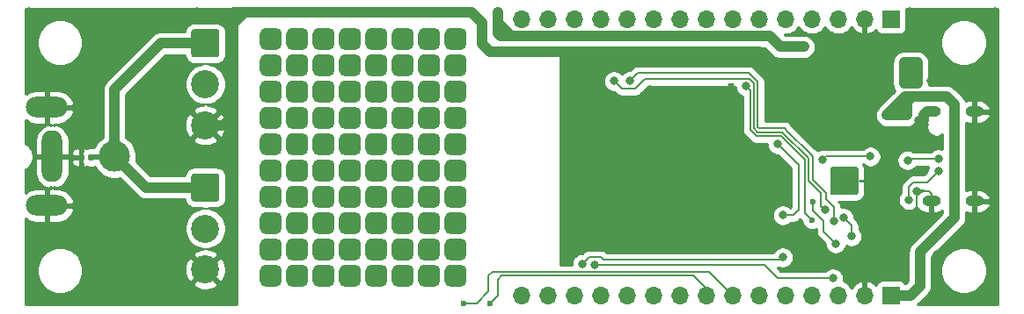
<source format=gbr>
G04 #@! TF.GenerationSoftware,KiCad,Pcbnew,(5.1.10)-1*
G04 #@! TF.CreationDate,2021-08-11T19:04:18+09:00*
G04 #@! TF.ProjectId,ESP32_LED,45535033-325f-44c4-9544-2e6b69636164,rev?*
G04 #@! TF.SameCoordinates,Original*
G04 #@! TF.FileFunction,Copper,L2,Bot*
G04 #@! TF.FilePolarity,Positive*
%FSLAX46Y46*%
G04 Gerber Fmt 4.6, Leading zero omitted, Abs format (unit mm)*
G04 Created by KiCad (PCBNEW (5.1.10)-1) date 2021-08-11 19:04:18*
%MOMM*%
%LPD*%
G01*
G04 APERTURE LIST*
G04 #@! TA.AperFunction,ComponentPad*
%ADD10C,2.700000*%
G04 #@! TD*
G04 #@! TA.AperFunction,ComponentPad*
%ADD11O,2.000000X5.000000*%
G04 #@! TD*
G04 #@! TA.AperFunction,ComponentPad*
%ADD12O,4.000000X2.000000*%
G04 #@! TD*
G04 #@! TA.AperFunction,ComponentPad*
%ADD13C,3.000000*%
G04 #@! TD*
G04 #@! TA.AperFunction,ComponentPad*
%ADD14O,1.800000X1.000000*%
G04 #@! TD*
G04 #@! TA.AperFunction,ComponentPad*
%ADD15R,1.700000X1.700000*%
G04 #@! TD*
G04 #@! TA.AperFunction,ComponentPad*
%ADD16O,1.700000X1.700000*%
G04 #@! TD*
G04 #@! TA.AperFunction,ComponentPad*
%ADD17C,0.500000*%
G04 #@! TD*
G04 #@! TA.AperFunction,ViaPad*
%ADD18C,0.800000*%
G04 #@! TD*
G04 #@! TA.AperFunction,ViaPad*
%ADD19C,0.600000*%
G04 #@! TD*
G04 #@! TA.AperFunction,Conductor*
%ADD20C,1.000000*%
G04 #@! TD*
G04 #@! TA.AperFunction,Conductor*
%ADD21C,0.200000*%
G04 #@! TD*
G04 #@! TA.AperFunction,Conductor*
%ADD22C,0.250000*%
G04 #@! TD*
G04 #@! TA.AperFunction,Conductor*
%ADD23C,0.160000*%
G04 #@! TD*
G04 #@! TA.AperFunction,Conductor*
%ADD24C,0.500000*%
G04 #@! TD*
G04 #@! TA.AperFunction,Conductor*
%ADD25C,0.254000*%
G04 #@! TD*
G04 #@! TA.AperFunction,Conductor*
%ADD26C,0.100000*%
G04 #@! TD*
G04 APERTURE END LIST*
G04 #@! TA.AperFunction,ComponentPad*
G36*
G01*
X118330000Y-74185000D02*
X118330000Y-73135000D01*
G75*
G02*
X118855000Y-72610000I525000J0D01*
G01*
X119905000Y-72610000D01*
G75*
G02*
X120430000Y-73135000I0J-525000D01*
G01*
X120430000Y-74185000D01*
G75*
G02*
X119905000Y-74710000I-525000J0D01*
G01*
X118855000Y-74710000D01*
G75*
G02*
X118330000Y-74185000I0J525000D01*
G01*
G37*
G04 #@! TD.AperFunction*
G04 #@! TA.AperFunction,ComponentPad*
G36*
G01*
X123410000Y-74185000D02*
X123410000Y-73135000D01*
G75*
G02*
X123935000Y-72610000I525000J0D01*
G01*
X124985000Y-72610000D01*
G75*
G02*
X125510000Y-73135000I0J-525000D01*
G01*
X125510000Y-74185000D01*
G75*
G02*
X124985000Y-74710000I-525000J0D01*
G01*
X123935000Y-74710000D01*
G75*
G02*
X123410000Y-74185000I0J525000D01*
G01*
G37*
G04 #@! TD.AperFunction*
G04 #@! TA.AperFunction,ComponentPad*
G36*
G01*
X113250000Y-74185000D02*
X113250000Y-73135000D01*
G75*
G02*
X113775000Y-72610000I525000J0D01*
G01*
X114825000Y-72610000D01*
G75*
G02*
X115350000Y-73135000I0J-525000D01*
G01*
X115350000Y-74185000D01*
G75*
G02*
X114825000Y-74710000I-525000J0D01*
G01*
X113775000Y-74710000D01*
G75*
G02*
X113250000Y-74185000I0J525000D01*
G01*
G37*
G04 #@! TD.AperFunction*
G04 #@! TA.AperFunction,ComponentPad*
G36*
G01*
X128490000Y-74185000D02*
X128490000Y-73135000D01*
G75*
G02*
X129015000Y-72610000I525000J0D01*
G01*
X130065000Y-72610000D01*
G75*
G02*
X130590000Y-73135000I0J-525000D01*
G01*
X130590000Y-74185000D01*
G75*
G02*
X130065000Y-74710000I-525000J0D01*
G01*
X129015000Y-74710000D01*
G75*
G02*
X128490000Y-74185000I0J525000D01*
G01*
G37*
G04 #@! TD.AperFunction*
G04 #@! TA.AperFunction,ComponentPad*
G36*
G01*
X131030000Y-74185000D02*
X131030000Y-73135000D01*
G75*
G02*
X131555000Y-72610000I525000J0D01*
G01*
X132605000Y-72610000D01*
G75*
G02*
X133130000Y-73135000I0J-525000D01*
G01*
X133130000Y-74185000D01*
G75*
G02*
X132605000Y-74710000I-525000J0D01*
G01*
X131555000Y-74710000D01*
G75*
G02*
X131030000Y-74185000I0J525000D01*
G01*
G37*
G04 #@! TD.AperFunction*
G04 #@! TA.AperFunction,ComponentPad*
G36*
G01*
X125950000Y-74185000D02*
X125950000Y-73135000D01*
G75*
G02*
X126475000Y-72610000I525000J0D01*
G01*
X127525000Y-72610000D01*
G75*
G02*
X128050000Y-73135000I0J-525000D01*
G01*
X128050000Y-74185000D01*
G75*
G02*
X127525000Y-74710000I-525000J0D01*
G01*
X126475000Y-74710000D01*
G75*
G02*
X125950000Y-74185000I0J525000D01*
G01*
G37*
G04 #@! TD.AperFunction*
G04 #@! TA.AperFunction,ComponentPad*
G36*
G01*
X120870000Y-74185000D02*
X120870000Y-73135000D01*
G75*
G02*
X121395000Y-72610000I525000J0D01*
G01*
X122445000Y-72610000D01*
G75*
G02*
X122970000Y-73135000I0J-525000D01*
G01*
X122970000Y-74185000D01*
G75*
G02*
X122445000Y-74710000I-525000J0D01*
G01*
X121395000Y-74710000D01*
G75*
G02*
X120870000Y-74185000I0J525000D01*
G01*
G37*
G04 #@! TD.AperFunction*
G04 #@! TA.AperFunction,ComponentPad*
G36*
G01*
X115790000Y-74185000D02*
X115790000Y-73135000D01*
G75*
G02*
X116315000Y-72610000I525000J0D01*
G01*
X117365000Y-72610000D01*
G75*
G02*
X117890000Y-73135000I0J-525000D01*
G01*
X117890000Y-74185000D01*
G75*
G02*
X117365000Y-74710000I-525000J0D01*
G01*
X116315000Y-74710000D01*
G75*
G02*
X115790000Y-74185000I0J525000D01*
G01*
G37*
G04 #@! TD.AperFunction*
G04 #@! TA.AperFunction,ComponentPad*
G36*
G01*
X131030000Y-97045000D02*
X131030000Y-95995000D01*
G75*
G02*
X131555000Y-95470000I525000J0D01*
G01*
X132605000Y-95470000D01*
G75*
G02*
X133130000Y-95995000I0J-525000D01*
G01*
X133130000Y-97045000D01*
G75*
G02*
X132605000Y-97570000I-525000J0D01*
G01*
X131555000Y-97570000D01*
G75*
G02*
X131030000Y-97045000I0J525000D01*
G01*
G37*
G04 #@! TD.AperFunction*
G04 #@! TA.AperFunction,ComponentPad*
G36*
G01*
X128490000Y-97045000D02*
X128490000Y-95995000D01*
G75*
G02*
X129015000Y-95470000I525000J0D01*
G01*
X130065000Y-95470000D01*
G75*
G02*
X130590000Y-95995000I0J-525000D01*
G01*
X130590000Y-97045000D01*
G75*
G02*
X130065000Y-97570000I-525000J0D01*
G01*
X129015000Y-97570000D01*
G75*
G02*
X128490000Y-97045000I0J525000D01*
G01*
G37*
G04 #@! TD.AperFunction*
G04 #@! TA.AperFunction,ComponentPad*
G36*
G01*
X118330000Y-97045000D02*
X118330000Y-95995000D01*
G75*
G02*
X118855000Y-95470000I525000J0D01*
G01*
X119905000Y-95470000D01*
G75*
G02*
X120430000Y-95995000I0J-525000D01*
G01*
X120430000Y-97045000D01*
G75*
G02*
X119905000Y-97570000I-525000J0D01*
G01*
X118855000Y-97570000D01*
G75*
G02*
X118330000Y-97045000I0J525000D01*
G01*
G37*
G04 #@! TD.AperFunction*
G04 #@! TA.AperFunction,ComponentPad*
G36*
G01*
X120870000Y-97045000D02*
X120870000Y-95995000D01*
G75*
G02*
X121395000Y-95470000I525000J0D01*
G01*
X122445000Y-95470000D01*
G75*
G02*
X122970000Y-95995000I0J-525000D01*
G01*
X122970000Y-97045000D01*
G75*
G02*
X122445000Y-97570000I-525000J0D01*
G01*
X121395000Y-97570000D01*
G75*
G02*
X120870000Y-97045000I0J525000D01*
G01*
G37*
G04 #@! TD.AperFunction*
G04 #@! TA.AperFunction,ComponentPad*
G36*
G01*
X125950000Y-97045000D02*
X125950000Y-95995000D01*
G75*
G02*
X126475000Y-95470000I525000J0D01*
G01*
X127525000Y-95470000D01*
G75*
G02*
X128050000Y-95995000I0J-525000D01*
G01*
X128050000Y-97045000D01*
G75*
G02*
X127525000Y-97570000I-525000J0D01*
G01*
X126475000Y-97570000D01*
G75*
G02*
X125950000Y-97045000I0J525000D01*
G01*
G37*
G04 #@! TD.AperFunction*
G04 #@! TA.AperFunction,ComponentPad*
G36*
G01*
X113250000Y-97045000D02*
X113250000Y-95995000D01*
G75*
G02*
X113775000Y-95470000I525000J0D01*
G01*
X114825000Y-95470000D01*
G75*
G02*
X115350000Y-95995000I0J-525000D01*
G01*
X115350000Y-97045000D01*
G75*
G02*
X114825000Y-97570000I-525000J0D01*
G01*
X113775000Y-97570000D01*
G75*
G02*
X113250000Y-97045000I0J525000D01*
G01*
G37*
G04 #@! TD.AperFunction*
G04 #@! TA.AperFunction,ComponentPad*
G36*
G01*
X115790000Y-97045000D02*
X115790000Y-95995000D01*
G75*
G02*
X116315000Y-95470000I525000J0D01*
G01*
X117365000Y-95470000D01*
G75*
G02*
X117890000Y-95995000I0J-525000D01*
G01*
X117890000Y-97045000D01*
G75*
G02*
X117365000Y-97570000I-525000J0D01*
G01*
X116315000Y-97570000D01*
G75*
G02*
X115790000Y-97045000I0J525000D01*
G01*
G37*
G04 #@! TD.AperFunction*
G04 #@! TA.AperFunction,ComponentPad*
G36*
G01*
X123410000Y-97045000D02*
X123410000Y-95995000D01*
G75*
G02*
X123935000Y-95470000I525000J0D01*
G01*
X124985000Y-95470000D01*
G75*
G02*
X125510000Y-95995000I0J-525000D01*
G01*
X125510000Y-97045000D01*
G75*
G02*
X124985000Y-97570000I-525000J0D01*
G01*
X123935000Y-97570000D01*
G75*
G02*
X123410000Y-97045000I0J525000D01*
G01*
G37*
G04 #@! TD.AperFunction*
G04 #@! TA.AperFunction,ComponentPad*
G36*
G01*
X128490000Y-94505000D02*
X128490000Y-93455000D01*
G75*
G02*
X129015000Y-92930000I525000J0D01*
G01*
X130065000Y-92930000D01*
G75*
G02*
X130590000Y-93455000I0J-525000D01*
G01*
X130590000Y-94505000D01*
G75*
G02*
X130065000Y-95030000I-525000J0D01*
G01*
X129015000Y-95030000D01*
G75*
G02*
X128490000Y-94505000I0J525000D01*
G01*
G37*
G04 #@! TD.AperFunction*
G04 #@! TA.AperFunction,ComponentPad*
G36*
G01*
X125950000Y-94505000D02*
X125950000Y-93455000D01*
G75*
G02*
X126475000Y-92930000I525000J0D01*
G01*
X127525000Y-92930000D01*
G75*
G02*
X128050000Y-93455000I0J-525000D01*
G01*
X128050000Y-94505000D01*
G75*
G02*
X127525000Y-95030000I-525000J0D01*
G01*
X126475000Y-95030000D01*
G75*
G02*
X125950000Y-94505000I0J525000D01*
G01*
G37*
G04 #@! TD.AperFunction*
G04 #@! TA.AperFunction,ComponentPad*
G36*
G01*
X115790000Y-94505000D02*
X115790000Y-93455000D01*
G75*
G02*
X116315000Y-92930000I525000J0D01*
G01*
X117365000Y-92930000D01*
G75*
G02*
X117890000Y-93455000I0J-525000D01*
G01*
X117890000Y-94505000D01*
G75*
G02*
X117365000Y-95030000I-525000J0D01*
G01*
X116315000Y-95030000D01*
G75*
G02*
X115790000Y-94505000I0J525000D01*
G01*
G37*
G04 #@! TD.AperFunction*
G04 #@! TA.AperFunction,ComponentPad*
G36*
G01*
X131030000Y-94505000D02*
X131030000Y-93455000D01*
G75*
G02*
X131555000Y-92930000I525000J0D01*
G01*
X132605000Y-92930000D01*
G75*
G02*
X133130000Y-93455000I0J-525000D01*
G01*
X133130000Y-94505000D01*
G75*
G02*
X132605000Y-95030000I-525000J0D01*
G01*
X131555000Y-95030000D01*
G75*
G02*
X131030000Y-94505000I0J525000D01*
G01*
G37*
G04 #@! TD.AperFunction*
G04 #@! TA.AperFunction,ComponentPad*
G36*
G01*
X120870000Y-94505000D02*
X120870000Y-93455000D01*
G75*
G02*
X121395000Y-92930000I525000J0D01*
G01*
X122445000Y-92930000D01*
G75*
G02*
X122970000Y-93455000I0J-525000D01*
G01*
X122970000Y-94505000D01*
G75*
G02*
X122445000Y-95030000I-525000J0D01*
G01*
X121395000Y-95030000D01*
G75*
G02*
X120870000Y-94505000I0J525000D01*
G01*
G37*
G04 #@! TD.AperFunction*
G04 #@! TA.AperFunction,ComponentPad*
G36*
G01*
X118330000Y-94505000D02*
X118330000Y-93455000D01*
G75*
G02*
X118855000Y-92930000I525000J0D01*
G01*
X119905000Y-92930000D01*
G75*
G02*
X120430000Y-93455000I0J-525000D01*
G01*
X120430000Y-94505000D01*
G75*
G02*
X119905000Y-95030000I-525000J0D01*
G01*
X118855000Y-95030000D01*
G75*
G02*
X118330000Y-94505000I0J525000D01*
G01*
G37*
G04 #@! TD.AperFunction*
G04 #@! TA.AperFunction,ComponentPad*
G36*
G01*
X113250000Y-94505000D02*
X113250000Y-93455000D01*
G75*
G02*
X113775000Y-92930000I525000J0D01*
G01*
X114825000Y-92930000D01*
G75*
G02*
X115350000Y-93455000I0J-525000D01*
G01*
X115350000Y-94505000D01*
G75*
G02*
X114825000Y-95030000I-525000J0D01*
G01*
X113775000Y-95030000D01*
G75*
G02*
X113250000Y-94505000I0J525000D01*
G01*
G37*
G04 #@! TD.AperFunction*
G04 #@! TA.AperFunction,ComponentPad*
G36*
G01*
X115790000Y-91965000D02*
X115790000Y-90915000D01*
G75*
G02*
X116315000Y-90390000I525000J0D01*
G01*
X117365000Y-90390000D01*
G75*
G02*
X117890000Y-90915000I0J-525000D01*
G01*
X117890000Y-91965000D01*
G75*
G02*
X117365000Y-92490000I-525000J0D01*
G01*
X116315000Y-92490000D01*
G75*
G02*
X115790000Y-91965000I0J525000D01*
G01*
G37*
G04 #@! TD.AperFunction*
G04 #@! TA.AperFunction,ComponentPad*
G36*
G01*
X123410000Y-89425000D02*
X123410000Y-88375000D01*
G75*
G02*
X123935000Y-87850000I525000J0D01*
G01*
X124985000Y-87850000D01*
G75*
G02*
X125510000Y-88375000I0J-525000D01*
G01*
X125510000Y-89425000D01*
G75*
G02*
X124985000Y-89950000I-525000J0D01*
G01*
X123935000Y-89950000D01*
G75*
G02*
X123410000Y-89425000I0J525000D01*
G01*
G37*
G04 #@! TD.AperFunction*
G04 #@! TA.AperFunction,ComponentPad*
G36*
G01*
X113250000Y-89425000D02*
X113250000Y-88375000D01*
G75*
G02*
X113775000Y-87850000I525000J0D01*
G01*
X114825000Y-87850000D01*
G75*
G02*
X115350000Y-88375000I0J-525000D01*
G01*
X115350000Y-89425000D01*
G75*
G02*
X114825000Y-89950000I-525000J0D01*
G01*
X113775000Y-89950000D01*
G75*
G02*
X113250000Y-89425000I0J525000D01*
G01*
G37*
G04 #@! TD.AperFunction*
G04 #@! TA.AperFunction,ComponentPad*
G36*
G01*
X115790000Y-89425000D02*
X115790000Y-88375000D01*
G75*
G02*
X116315000Y-87850000I525000J0D01*
G01*
X117365000Y-87850000D01*
G75*
G02*
X117890000Y-88375000I0J-525000D01*
G01*
X117890000Y-89425000D01*
G75*
G02*
X117365000Y-89950000I-525000J0D01*
G01*
X116315000Y-89950000D01*
G75*
G02*
X115790000Y-89425000I0J525000D01*
G01*
G37*
G04 #@! TD.AperFunction*
G04 #@! TA.AperFunction,ComponentPad*
G36*
G01*
X113250000Y-86885000D02*
X113250000Y-85835000D01*
G75*
G02*
X113775000Y-85310000I525000J0D01*
G01*
X114825000Y-85310000D01*
G75*
G02*
X115350000Y-85835000I0J-525000D01*
G01*
X115350000Y-86885000D01*
G75*
G02*
X114825000Y-87410000I-525000J0D01*
G01*
X113775000Y-87410000D01*
G75*
G02*
X113250000Y-86885000I0J525000D01*
G01*
G37*
G04 #@! TD.AperFunction*
G04 #@! TA.AperFunction,ComponentPad*
G36*
G01*
X125950000Y-89425000D02*
X125950000Y-88375000D01*
G75*
G02*
X126475000Y-87850000I525000J0D01*
G01*
X127525000Y-87850000D01*
G75*
G02*
X128050000Y-88375000I0J-525000D01*
G01*
X128050000Y-89425000D01*
G75*
G02*
X127525000Y-89950000I-525000J0D01*
G01*
X126475000Y-89950000D01*
G75*
G02*
X125950000Y-89425000I0J525000D01*
G01*
G37*
G04 #@! TD.AperFunction*
G04 #@! TA.AperFunction,ComponentPad*
G36*
G01*
X128490000Y-86885000D02*
X128490000Y-85835000D01*
G75*
G02*
X129015000Y-85310000I525000J0D01*
G01*
X130065000Y-85310000D01*
G75*
G02*
X130590000Y-85835000I0J-525000D01*
G01*
X130590000Y-86885000D01*
G75*
G02*
X130065000Y-87410000I-525000J0D01*
G01*
X129015000Y-87410000D01*
G75*
G02*
X128490000Y-86885000I0J525000D01*
G01*
G37*
G04 #@! TD.AperFunction*
G04 #@! TA.AperFunction,ComponentPad*
G36*
G01*
X125950000Y-91965000D02*
X125950000Y-90915000D01*
G75*
G02*
X126475000Y-90390000I525000J0D01*
G01*
X127525000Y-90390000D01*
G75*
G02*
X128050000Y-90915000I0J-525000D01*
G01*
X128050000Y-91965000D01*
G75*
G02*
X127525000Y-92490000I-525000J0D01*
G01*
X126475000Y-92490000D01*
G75*
G02*
X125950000Y-91965000I0J525000D01*
G01*
G37*
G04 #@! TD.AperFunction*
G04 #@! TA.AperFunction,ComponentPad*
G36*
G01*
X128490000Y-91965000D02*
X128490000Y-90915000D01*
G75*
G02*
X129015000Y-90390000I525000J0D01*
G01*
X130065000Y-90390000D01*
G75*
G02*
X130590000Y-90915000I0J-525000D01*
G01*
X130590000Y-91965000D01*
G75*
G02*
X130065000Y-92490000I-525000J0D01*
G01*
X129015000Y-92490000D01*
G75*
G02*
X128490000Y-91965000I0J525000D01*
G01*
G37*
G04 #@! TD.AperFunction*
G04 #@! TA.AperFunction,ComponentPad*
G36*
G01*
X131030000Y-89425000D02*
X131030000Y-88375000D01*
G75*
G02*
X131555000Y-87850000I525000J0D01*
G01*
X132605000Y-87850000D01*
G75*
G02*
X133130000Y-88375000I0J-525000D01*
G01*
X133130000Y-89425000D01*
G75*
G02*
X132605000Y-89950000I-525000J0D01*
G01*
X131555000Y-89950000D01*
G75*
G02*
X131030000Y-89425000I0J525000D01*
G01*
G37*
G04 #@! TD.AperFunction*
G04 #@! TA.AperFunction,ComponentPad*
G36*
G01*
X120870000Y-89425000D02*
X120870000Y-88375000D01*
G75*
G02*
X121395000Y-87850000I525000J0D01*
G01*
X122445000Y-87850000D01*
G75*
G02*
X122970000Y-88375000I0J-525000D01*
G01*
X122970000Y-89425000D01*
G75*
G02*
X122445000Y-89950000I-525000J0D01*
G01*
X121395000Y-89950000D01*
G75*
G02*
X120870000Y-89425000I0J525000D01*
G01*
G37*
G04 #@! TD.AperFunction*
G04 #@! TA.AperFunction,ComponentPad*
G36*
G01*
X118330000Y-89425000D02*
X118330000Y-88375000D01*
G75*
G02*
X118855000Y-87850000I525000J0D01*
G01*
X119905000Y-87850000D01*
G75*
G02*
X120430000Y-88375000I0J-525000D01*
G01*
X120430000Y-89425000D01*
G75*
G02*
X119905000Y-89950000I-525000J0D01*
G01*
X118855000Y-89950000D01*
G75*
G02*
X118330000Y-89425000I0J525000D01*
G01*
G37*
G04 #@! TD.AperFunction*
G04 #@! TA.AperFunction,ComponentPad*
G36*
G01*
X131030000Y-91965000D02*
X131030000Y-90915000D01*
G75*
G02*
X131555000Y-90390000I525000J0D01*
G01*
X132605000Y-90390000D01*
G75*
G02*
X133130000Y-90915000I0J-525000D01*
G01*
X133130000Y-91965000D01*
G75*
G02*
X132605000Y-92490000I-525000J0D01*
G01*
X131555000Y-92490000D01*
G75*
G02*
X131030000Y-91965000I0J525000D01*
G01*
G37*
G04 #@! TD.AperFunction*
G04 #@! TA.AperFunction,ComponentPad*
G36*
G01*
X120870000Y-91965000D02*
X120870000Y-90915000D01*
G75*
G02*
X121395000Y-90390000I525000J0D01*
G01*
X122445000Y-90390000D01*
G75*
G02*
X122970000Y-90915000I0J-525000D01*
G01*
X122970000Y-91965000D01*
G75*
G02*
X122445000Y-92490000I-525000J0D01*
G01*
X121395000Y-92490000D01*
G75*
G02*
X120870000Y-91965000I0J525000D01*
G01*
G37*
G04 #@! TD.AperFunction*
G04 #@! TA.AperFunction,ComponentPad*
G36*
G01*
X118330000Y-91965000D02*
X118330000Y-90915000D01*
G75*
G02*
X118855000Y-90390000I525000J0D01*
G01*
X119905000Y-90390000D01*
G75*
G02*
X120430000Y-90915000I0J-525000D01*
G01*
X120430000Y-91965000D01*
G75*
G02*
X119905000Y-92490000I-525000J0D01*
G01*
X118855000Y-92490000D01*
G75*
G02*
X118330000Y-91965000I0J525000D01*
G01*
G37*
G04 #@! TD.AperFunction*
G04 #@! TA.AperFunction,ComponentPad*
G36*
G01*
X131030000Y-86885000D02*
X131030000Y-85835000D01*
G75*
G02*
X131555000Y-85310000I525000J0D01*
G01*
X132605000Y-85310000D01*
G75*
G02*
X133130000Y-85835000I0J-525000D01*
G01*
X133130000Y-86885000D01*
G75*
G02*
X132605000Y-87410000I-525000J0D01*
G01*
X131555000Y-87410000D01*
G75*
G02*
X131030000Y-86885000I0J525000D01*
G01*
G37*
G04 #@! TD.AperFunction*
G04 #@! TA.AperFunction,ComponentPad*
G36*
G01*
X118330000Y-86885000D02*
X118330000Y-85835000D01*
G75*
G02*
X118855000Y-85310000I525000J0D01*
G01*
X119905000Y-85310000D01*
G75*
G02*
X120430000Y-85835000I0J-525000D01*
G01*
X120430000Y-86885000D01*
G75*
G02*
X119905000Y-87410000I-525000J0D01*
G01*
X118855000Y-87410000D01*
G75*
G02*
X118330000Y-86885000I0J525000D01*
G01*
G37*
G04 #@! TD.AperFunction*
G04 #@! TA.AperFunction,ComponentPad*
G36*
G01*
X125950000Y-86885000D02*
X125950000Y-85835000D01*
G75*
G02*
X126475000Y-85310000I525000J0D01*
G01*
X127525000Y-85310000D01*
G75*
G02*
X128050000Y-85835000I0J-525000D01*
G01*
X128050000Y-86885000D01*
G75*
G02*
X127525000Y-87410000I-525000J0D01*
G01*
X126475000Y-87410000D01*
G75*
G02*
X125950000Y-86885000I0J525000D01*
G01*
G37*
G04 #@! TD.AperFunction*
G04 #@! TA.AperFunction,ComponentPad*
G36*
G01*
X115790000Y-86885000D02*
X115790000Y-85835000D01*
G75*
G02*
X116315000Y-85310000I525000J0D01*
G01*
X117365000Y-85310000D01*
G75*
G02*
X117890000Y-85835000I0J-525000D01*
G01*
X117890000Y-86885000D01*
G75*
G02*
X117365000Y-87410000I-525000J0D01*
G01*
X116315000Y-87410000D01*
G75*
G02*
X115790000Y-86885000I0J525000D01*
G01*
G37*
G04 #@! TD.AperFunction*
G04 #@! TA.AperFunction,ComponentPad*
G36*
G01*
X123410000Y-86885000D02*
X123410000Y-85835000D01*
G75*
G02*
X123935000Y-85310000I525000J0D01*
G01*
X124985000Y-85310000D01*
G75*
G02*
X125510000Y-85835000I0J-525000D01*
G01*
X125510000Y-86885000D01*
G75*
G02*
X124985000Y-87410000I-525000J0D01*
G01*
X123935000Y-87410000D01*
G75*
G02*
X123410000Y-86885000I0J525000D01*
G01*
G37*
G04 #@! TD.AperFunction*
G04 #@! TA.AperFunction,ComponentPad*
G36*
G01*
X123410000Y-94505000D02*
X123410000Y-93455000D01*
G75*
G02*
X123935000Y-92930000I525000J0D01*
G01*
X124985000Y-92930000D01*
G75*
G02*
X125510000Y-93455000I0J-525000D01*
G01*
X125510000Y-94505000D01*
G75*
G02*
X124985000Y-95030000I-525000J0D01*
G01*
X123935000Y-95030000D01*
G75*
G02*
X123410000Y-94505000I0J525000D01*
G01*
G37*
G04 #@! TD.AperFunction*
G04 #@! TA.AperFunction,ComponentPad*
G36*
G01*
X128490000Y-89425000D02*
X128490000Y-88375000D01*
G75*
G02*
X129015000Y-87850000I525000J0D01*
G01*
X130065000Y-87850000D01*
G75*
G02*
X130590000Y-88375000I0J-525000D01*
G01*
X130590000Y-89425000D01*
G75*
G02*
X130065000Y-89950000I-525000J0D01*
G01*
X129015000Y-89950000D01*
G75*
G02*
X128490000Y-89425000I0J525000D01*
G01*
G37*
G04 #@! TD.AperFunction*
G04 #@! TA.AperFunction,ComponentPad*
G36*
G01*
X123410000Y-91965000D02*
X123410000Y-90915000D01*
G75*
G02*
X123935000Y-90390000I525000J0D01*
G01*
X124985000Y-90390000D01*
G75*
G02*
X125510000Y-90915000I0J-525000D01*
G01*
X125510000Y-91965000D01*
G75*
G02*
X124985000Y-92490000I-525000J0D01*
G01*
X123935000Y-92490000D01*
G75*
G02*
X123410000Y-91965000I0J525000D01*
G01*
G37*
G04 #@! TD.AperFunction*
G04 #@! TA.AperFunction,ComponentPad*
G36*
G01*
X113250000Y-91965000D02*
X113250000Y-90915000D01*
G75*
G02*
X113775000Y-90390000I525000J0D01*
G01*
X114825000Y-90390000D01*
G75*
G02*
X115350000Y-90915000I0J-525000D01*
G01*
X115350000Y-91965000D01*
G75*
G02*
X114825000Y-92490000I-525000J0D01*
G01*
X113775000Y-92490000D01*
G75*
G02*
X113250000Y-91965000I0J525000D01*
G01*
G37*
G04 #@! TD.AperFunction*
G04 #@! TA.AperFunction,ComponentPad*
G36*
G01*
X120870000Y-86885000D02*
X120870000Y-85835000D01*
G75*
G02*
X121395000Y-85310000I525000J0D01*
G01*
X122445000Y-85310000D01*
G75*
G02*
X122970000Y-85835000I0J-525000D01*
G01*
X122970000Y-86885000D01*
G75*
G02*
X122445000Y-87410000I-525000J0D01*
G01*
X121395000Y-87410000D01*
G75*
G02*
X120870000Y-86885000I0J525000D01*
G01*
G37*
G04 #@! TD.AperFunction*
G04 #@! TA.AperFunction,ComponentPad*
G36*
G01*
X115790000Y-84345000D02*
X115790000Y-83295000D01*
G75*
G02*
X116315000Y-82770000I525000J0D01*
G01*
X117365000Y-82770000D01*
G75*
G02*
X117890000Y-83295000I0J-525000D01*
G01*
X117890000Y-84345000D01*
G75*
G02*
X117365000Y-84870000I-525000J0D01*
G01*
X116315000Y-84870000D01*
G75*
G02*
X115790000Y-84345000I0J525000D01*
G01*
G37*
G04 #@! TD.AperFunction*
G04 #@! TA.AperFunction,ComponentPad*
G36*
G01*
X125950000Y-84345000D02*
X125950000Y-83295000D01*
G75*
G02*
X126475000Y-82770000I525000J0D01*
G01*
X127525000Y-82770000D01*
G75*
G02*
X128050000Y-83295000I0J-525000D01*
G01*
X128050000Y-84345000D01*
G75*
G02*
X127525000Y-84870000I-525000J0D01*
G01*
X126475000Y-84870000D01*
G75*
G02*
X125950000Y-84345000I0J525000D01*
G01*
G37*
G04 #@! TD.AperFunction*
G04 #@! TA.AperFunction,ComponentPad*
G36*
G01*
X128490000Y-84345000D02*
X128490000Y-83295000D01*
G75*
G02*
X129015000Y-82770000I525000J0D01*
G01*
X130065000Y-82770000D01*
G75*
G02*
X130590000Y-83295000I0J-525000D01*
G01*
X130590000Y-84345000D01*
G75*
G02*
X130065000Y-84870000I-525000J0D01*
G01*
X129015000Y-84870000D01*
G75*
G02*
X128490000Y-84345000I0J525000D01*
G01*
G37*
G04 #@! TD.AperFunction*
G04 #@! TA.AperFunction,ComponentPad*
G36*
G01*
X131030000Y-84345000D02*
X131030000Y-83295000D01*
G75*
G02*
X131555000Y-82770000I525000J0D01*
G01*
X132605000Y-82770000D01*
G75*
G02*
X133130000Y-83295000I0J-525000D01*
G01*
X133130000Y-84345000D01*
G75*
G02*
X132605000Y-84870000I-525000J0D01*
G01*
X131555000Y-84870000D01*
G75*
G02*
X131030000Y-84345000I0J525000D01*
G01*
G37*
G04 #@! TD.AperFunction*
G04 #@! TA.AperFunction,ComponentPad*
G36*
G01*
X120870000Y-84345000D02*
X120870000Y-83295000D01*
G75*
G02*
X121395000Y-82770000I525000J0D01*
G01*
X122445000Y-82770000D01*
G75*
G02*
X122970000Y-83295000I0J-525000D01*
G01*
X122970000Y-84345000D01*
G75*
G02*
X122445000Y-84870000I-525000J0D01*
G01*
X121395000Y-84870000D01*
G75*
G02*
X120870000Y-84345000I0J525000D01*
G01*
G37*
G04 #@! TD.AperFunction*
G04 #@! TA.AperFunction,ComponentPad*
G36*
G01*
X118330000Y-84345000D02*
X118330000Y-83295000D01*
G75*
G02*
X118855000Y-82770000I525000J0D01*
G01*
X119905000Y-82770000D01*
G75*
G02*
X120430000Y-83295000I0J-525000D01*
G01*
X120430000Y-84345000D01*
G75*
G02*
X119905000Y-84870000I-525000J0D01*
G01*
X118855000Y-84870000D01*
G75*
G02*
X118330000Y-84345000I0J525000D01*
G01*
G37*
G04 #@! TD.AperFunction*
G04 #@! TA.AperFunction,ComponentPad*
G36*
G01*
X123410000Y-84345000D02*
X123410000Y-83295000D01*
G75*
G02*
X123935000Y-82770000I525000J0D01*
G01*
X124985000Y-82770000D01*
G75*
G02*
X125510000Y-83295000I0J-525000D01*
G01*
X125510000Y-84345000D01*
G75*
G02*
X124985000Y-84870000I-525000J0D01*
G01*
X123935000Y-84870000D01*
G75*
G02*
X123410000Y-84345000I0J525000D01*
G01*
G37*
G04 #@! TD.AperFunction*
G04 #@! TA.AperFunction,ComponentPad*
G36*
G01*
X113250000Y-84345000D02*
X113250000Y-83295000D01*
G75*
G02*
X113775000Y-82770000I525000J0D01*
G01*
X114825000Y-82770000D01*
G75*
G02*
X115350000Y-83295000I0J-525000D01*
G01*
X115350000Y-84345000D01*
G75*
G02*
X114825000Y-84870000I-525000J0D01*
G01*
X113775000Y-84870000D01*
G75*
G02*
X113250000Y-84345000I0J525000D01*
G01*
G37*
G04 #@! TD.AperFunction*
G04 #@! TA.AperFunction,ComponentPad*
G36*
G01*
X123410000Y-81805000D02*
X123410000Y-80755000D01*
G75*
G02*
X123935000Y-80230000I525000J0D01*
G01*
X124985000Y-80230000D01*
G75*
G02*
X125510000Y-80755000I0J-525000D01*
G01*
X125510000Y-81805000D01*
G75*
G02*
X124985000Y-82330000I-525000J0D01*
G01*
X123935000Y-82330000D01*
G75*
G02*
X123410000Y-81805000I0J525000D01*
G01*
G37*
G04 #@! TD.AperFunction*
G04 #@! TA.AperFunction,ComponentPad*
G36*
G01*
X113250000Y-81805000D02*
X113250000Y-80755000D01*
G75*
G02*
X113775000Y-80230000I525000J0D01*
G01*
X114825000Y-80230000D01*
G75*
G02*
X115350000Y-80755000I0J-525000D01*
G01*
X115350000Y-81805000D01*
G75*
G02*
X114825000Y-82330000I-525000J0D01*
G01*
X113775000Y-82330000D01*
G75*
G02*
X113250000Y-81805000I0J525000D01*
G01*
G37*
G04 #@! TD.AperFunction*
G04 #@! TA.AperFunction,ComponentPad*
G36*
G01*
X115790000Y-81805000D02*
X115790000Y-80755000D01*
G75*
G02*
X116315000Y-80230000I525000J0D01*
G01*
X117365000Y-80230000D01*
G75*
G02*
X117890000Y-80755000I0J-525000D01*
G01*
X117890000Y-81805000D01*
G75*
G02*
X117365000Y-82330000I-525000J0D01*
G01*
X116315000Y-82330000D01*
G75*
G02*
X115790000Y-81805000I0J525000D01*
G01*
G37*
G04 #@! TD.AperFunction*
G04 #@! TA.AperFunction,ComponentPad*
G36*
G01*
X125950000Y-81805000D02*
X125950000Y-80755000D01*
G75*
G02*
X126475000Y-80230000I525000J0D01*
G01*
X127525000Y-80230000D01*
G75*
G02*
X128050000Y-80755000I0J-525000D01*
G01*
X128050000Y-81805000D01*
G75*
G02*
X127525000Y-82330000I-525000J0D01*
G01*
X126475000Y-82330000D01*
G75*
G02*
X125950000Y-81805000I0J525000D01*
G01*
G37*
G04 #@! TD.AperFunction*
G04 #@! TA.AperFunction,ComponentPad*
G36*
G01*
X131030000Y-81805000D02*
X131030000Y-80755000D01*
G75*
G02*
X131555000Y-80230000I525000J0D01*
G01*
X132605000Y-80230000D01*
G75*
G02*
X133130000Y-80755000I0J-525000D01*
G01*
X133130000Y-81805000D01*
G75*
G02*
X132605000Y-82330000I-525000J0D01*
G01*
X131555000Y-82330000D01*
G75*
G02*
X131030000Y-81805000I0J525000D01*
G01*
G37*
G04 #@! TD.AperFunction*
G04 #@! TA.AperFunction,ComponentPad*
G36*
G01*
X120870000Y-81805000D02*
X120870000Y-80755000D01*
G75*
G02*
X121395000Y-80230000I525000J0D01*
G01*
X122445000Y-80230000D01*
G75*
G02*
X122970000Y-80755000I0J-525000D01*
G01*
X122970000Y-81805000D01*
G75*
G02*
X122445000Y-82330000I-525000J0D01*
G01*
X121395000Y-82330000D01*
G75*
G02*
X120870000Y-81805000I0J525000D01*
G01*
G37*
G04 #@! TD.AperFunction*
G04 #@! TA.AperFunction,ComponentPad*
G36*
G01*
X118330000Y-81805000D02*
X118330000Y-80755000D01*
G75*
G02*
X118855000Y-80230000I525000J0D01*
G01*
X119905000Y-80230000D01*
G75*
G02*
X120430000Y-80755000I0J-525000D01*
G01*
X120430000Y-81805000D01*
G75*
G02*
X119905000Y-82330000I-525000J0D01*
G01*
X118855000Y-82330000D01*
G75*
G02*
X118330000Y-81805000I0J525000D01*
G01*
G37*
G04 #@! TD.AperFunction*
G04 #@! TA.AperFunction,ComponentPad*
G36*
G01*
X128490000Y-81805000D02*
X128490000Y-80755000D01*
G75*
G02*
X129015000Y-80230000I525000J0D01*
G01*
X130065000Y-80230000D01*
G75*
G02*
X130590000Y-80755000I0J-525000D01*
G01*
X130590000Y-81805000D01*
G75*
G02*
X130065000Y-82330000I-525000J0D01*
G01*
X129015000Y-82330000D01*
G75*
G02*
X128490000Y-81805000I0J525000D01*
G01*
G37*
G04 #@! TD.AperFunction*
G04 #@! TA.AperFunction,ComponentPad*
G36*
G01*
X113250000Y-79265000D02*
X113250000Y-78215000D01*
G75*
G02*
X113775000Y-77690000I525000J0D01*
G01*
X114825000Y-77690000D01*
G75*
G02*
X115350000Y-78215000I0J-525000D01*
G01*
X115350000Y-79265000D01*
G75*
G02*
X114825000Y-79790000I-525000J0D01*
G01*
X113775000Y-79790000D01*
G75*
G02*
X113250000Y-79265000I0J525000D01*
G01*
G37*
G04 #@! TD.AperFunction*
G04 #@! TA.AperFunction,ComponentPad*
G36*
G01*
X128490000Y-79265000D02*
X128490000Y-78215000D01*
G75*
G02*
X129015000Y-77690000I525000J0D01*
G01*
X130065000Y-77690000D01*
G75*
G02*
X130590000Y-78215000I0J-525000D01*
G01*
X130590000Y-79265000D01*
G75*
G02*
X130065000Y-79790000I-525000J0D01*
G01*
X129015000Y-79790000D01*
G75*
G02*
X128490000Y-79265000I0J525000D01*
G01*
G37*
G04 #@! TD.AperFunction*
G04 #@! TA.AperFunction,ComponentPad*
G36*
G01*
X131030000Y-79265000D02*
X131030000Y-78215000D01*
G75*
G02*
X131555000Y-77690000I525000J0D01*
G01*
X132605000Y-77690000D01*
G75*
G02*
X133130000Y-78215000I0J-525000D01*
G01*
X133130000Y-79265000D01*
G75*
G02*
X132605000Y-79790000I-525000J0D01*
G01*
X131555000Y-79790000D01*
G75*
G02*
X131030000Y-79265000I0J525000D01*
G01*
G37*
G04 #@! TD.AperFunction*
G04 #@! TA.AperFunction,ComponentPad*
G36*
G01*
X118330000Y-79265000D02*
X118330000Y-78215000D01*
G75*
G02*
X118855000Y-77690000I525000J0D01*
G01*
X119905000Y-77690000D01*
G75*
G02*
X120430000Y-78215000I0J-525000D01*
G01*
X120430000Y-79265000D01*
G75*
G02*
X119905000Y-79790000I-525000J0D01*
G01*
X118855000Y-79790000D01*
G75*
G02*
X118330000Y-79265000I0J525000D01*
G01*
G37*
G04 #@! TD.AperFunction*
G04 #@! TA.AperFunction,ComponentPad*
G36*
G01*
X125950000Y-79265000D02*
X125950000Y-78215000D01*
G75*
G02*
X126475000Y-77690000I525000J0D01*
G01*
X127525000Y-77690000D01*
G75*
G02*
X128050000Y-78215000I0J-525000D01*
G01*
X128050000Y-79265000D01*
G75*
G02*
X127525000Y-79790000I-525000J0D01*
G01*
X126475000Y-79790000D01*
G75*
G02*
X125950000Y-79265000I0J525000D01*
G01*
G37*
G04 #@! TD.AperFunction*
G04 #@! TA.AperFunction,ComponentPad*
G36*
G01*
X115790000Y-79265000D02*
X115790000Y-78215000D01*
G75*
G02*
X116315000Y-77690000I525000J0D01*
G01*
X117365000Y-77690000D01*
G75*
G02*
X117890000Y-78215000I0J-525000D01*
G01*
X117890000Y-79265000D01*
G75*
G02*
X117365000Y-79790000I-525000J0D01*
G01*
X116315000Y-79790000D01*
G75*
G02*
X115790000Y-79265000I0J525000D01*
G01*
G37*
G04 #@! TD.AperFunction*
G04 #@! TA.AperFunction,ComponentPad*
G36*
G01*
X123410000Y-79265000D02*
X123410000Y-78215000D01*
G75*
G02*
X123935000Y-77690000I525000J0D01*
G01*
X124985000Y-77690000D01*
G75*
G02*
X125510000Y-78215000I0J-525000D01*
G01*
X125510000Y-79265000D01*
G75*
G02*
X124985000Y-79790000I-525000J0D01*
G01*
X123935000Y-79790000D01*
G75*
G02*
X123410000Y-79265000I0J525000D01*
G01*
G37*
G04 #@! TD.AperFunction*
G04 #@! TA.AperFunction,ComponentPad*
G36*
G01*
X120870000Y-79265000D02*
X120870000Y-78215000D01*
G75*
G02*
X121395000Y-77690000I525000J0D01*
G01*
X122445000Y-77690000D01*
G75*
G02*
X122970000Y-78215000I0J-525000D01*
G01*
X122970000Y-79265000D01*
G75*
G02*
X122445000Y-79790000I-525000J0D01*
G01*
X121395000Y-79790000D01*
G75*
G02*
X120870000Y-79265000I0J525000D01*
G01*
G37*
G04 #@! TD.AperFunction*
G04 #@! TA.AperFunction,ComponentPad*
G36*
G01*
X131030000Y-76725000D02*
X131030000Y-75675000D01*
G75*
G02*
X131555000Y-75150000I525000J0D01*
G01*
X132605000Y-75150000D01*
G75*
G02*
X133130000Y-75675000I0J-525000D01*
G01*
X133130000Y-76725000D01*
G75*
G02*
X132605000Y-77250000I-525000J0D01*
G01*
X131555000Y-77250000D01*
G75*
G02*
X131030000Y-76725000I0J525000D01*
G01*
G37*
G04 #@! TD.AperFunction*
G04 #@! TA.AperFunction,ComponentPad*
G36*
G01*
X128490000Y-76725000D02*
X128490000Y-75675000D01*
G75*
G02*
X129015000Y-75150000I525000J0D01*
G01*
X130065000Y-75150000D01*
G75*
G02*
X130590000Y-75675000I0J-525000D01*
G01*
X130590000Y-76725000D01*
G75*
G02*
X130065000Y-77250000I-525000J0D01*
G01*
X129015000Y-77250000D01*
G75*
G02*
X128490000Y-76725000I0J525000D01*
G01*
G37*
G04 #@! TD.AperFunction*
G04 #@! TA.AperFunction,ComponentPad*
G36*
G01*
X125950000Y-76725000D02*
X125950000Y-75675000D01*
G75*
G02*
X126475000Y-75150000I525000J0D01*
G01*
X127525000Y-75150000D01*
G75*
G02*
X128050000Y-75675000I0J-525000D01*
G01*
X128050000Y-76725000D01*
G75*
G02*
X127525000Y-77250000I-525000J0D01*
G01*
X126475000Y-77250000D01*
G75*
G02*
X125950000Y-76725000I0J525000D01*
G01*
G37*
G04 #@! TD.AperFunction*
G04 #@! TA.AperFunction,ComponentPad*
G36*
G01*
X123410000Y-76725000D02*
X123410000Y-75675000D01*
G75*
G02*
X123935000Y-75150000I525000J0D01*
G01*
X124985000Y-75150000D01*
G75*
G02*
X125510000Y-75675000I0J-525000D01*
G01*
X125510000Y-76725000D01*
G75*
G02*
X124985000Y-77250000I-525000J0D01*
G01*
X123935000Y-77250000D01*
G75*
G02*
X123410000Y-76725000I0J525000D01*
G01*
G37*
G04 #@! TD.AperFunction*
G04 #@! TA.AperFunction,ComponentPad*
G36*
G01*
X120870000Y-76725000D02*
X120870000Y-75675000D01*
G75*
G02*
X121395000Y-75150000I525000J0D01*
G01*
X122445000Y-75150000D01*
G75*
G02*
X122970000Y-75675000I0J-525000D01*
G01*
X122970000Y-76725000D01*
G75*
G02*
X122445000Y-77250000I-525000J0D01*
G01*
X121395000Y-77250000D01*
G75*
G02*
X120870000Y-76725000I0J525000D01*
G01*
G37*
G04 #@! TD.AperFunction*
G04 #@! TA.AperFunction,ComponentPad*
G36*
G01*
X118330000Y-76725000D02*
X118330000Y-75675000D01*
G75*
G02*
X118855000Y-75150000I525000J0D01*
G01*
X119905000Y-75150000D01*
G75*
G02*
X120430000Y-75675000I0J-525000D01*
G01*
X120430000Y-76725000D01*
G75*
G02*
X119905000Y-77250000I-525000J0D01*
G01*
X118855000Y-77250000D01*
G75*
G02*
X118330000Y-76725000I0J525000D01*
G01*
G37*
G04 #@! TD.AperFunction*
G04 #@! TA.AperFunction,ComponentPad*
G36*
G01*
X115790000Y-76725000D02*
X115790000Y-75675000D01*
G75*
G02*
X116315000Y-75150000I525000J0D01*
G01*
X117365000Y-75150000D01*
G75*
G02*
X117890000Y-75675000I0J-525000D01*
G01*
X117890000Y-76725000D01*
G75*
G02*
X117365000Y-77250000I-525000J0D01*
G01*
X116315000Y-77250000D01*
G75*
G02*
X115790000Y-76725000I0J525000D01*
G01*
G37*
G04 #@! TD.AperFunction*
G04 #@! TA.AperFunction,ComponentPad*
G36*
G01*
X113250000Y-76725000D02*
X113250000Y-75675000D01*
G75*
G02*
X113775000Y-75150000I525000J0D01*
G01*
X114825000Y-75150000D01*
G75*
G02*
X115350000Y-75675000I0J-525000D01*
G01*
X115350000Y-76725000D01*
G75*
G02*
X114825000Y-77250000I-525000J0D01*
G01*
X113775000Y-77250000D01*
G75*
G02*
X113250000Y-76725000I0J525000D01*
G01*
G37*
G04 #@! TD.AperFunction*
G04 #@! TA.AperFunction,ComponentPad*
G36*
G01*
X106900001Y-72730000D02*
X109099999Y-72730000D01*
G75*
G02*
X109350000Y-72980001I0J-250001D01*
G01*
X109350000Y-75179999D01*
G75*
G02*
X109099999Y-75430000I-250001J0D01*
G01*
X106900001Y-75430000D01*
G75*
G02*
X106650000Y-75179999I0J250001D01*
G01*
X106650000Y-72980001D01*
G75*
G02*
X106900001Y-72730000I250001J0D01*
G01*
G37*
G04 #@! TD.AperFunction*
D10*
X108000000Y-78040000D03*
X108000000Y-82000000D03*
D11*
X93250000Y-85000000D03*
D12*
X92750000Y-89750000D03*
D13*
X99250000Y-85000000D03*
D12*
X92750000Y-80250000D03*
D10*
X108000000Y-95920000D03*
X108000000Y-91960000D03*
G04 #@! TA.AperFunction,ComponentPad*
G36*
G01*
X106900001Y-86650000D02*
X109099999Y-86650000D01*
G75*
G02*
X109350000Y-86900001I0J-250001D01*
G01*
X109350000Y-89099999D01*
G75*
G02*
X109099999Y-89350000I-250001J0D01*
G01*
X106900001Y-89350000D01*
G75*
G02*
X106650000Y-89099999I0J250001D01*
G01*
X106650000Y-86900001D01*
G75*
G02*
X106900001Y-86650000I250001J0D01*
G01*
G37*
G04 #@! TD.AperFunction*
G04 #@! TA.AperFunction,SMDPad,CuDef*
G36*
G01*
X96330000Y-84917500D02*
X96330000Y-85262500D01*
G75*
G02*
X96182500Y-85410000I-147500J0D01*
G01*
X95887500Y-85410000D01*
G75*
G02*
X95740000Y-85262500I0J147500D01*
G01*
X95740000Y-84917500D01*
G75*
G02*
X95887500Y-84770000I147500J0D01*
G01*
X96182500Y-84770000D01*
G75*
G02*
X96330000Y-84917500I0J-147500D01*
G01*
G37*
G04 #@! TD.AperFunction*
G04 #@! TA.AperFunction,SMDPad,CuDef*
G36*
G01*
X97300000Y-84917500D02*
X97300000Y-85262500D01*
G75*
G02*
X97152500Y-85410000I-147500J0D01*
G01*
X96857500Y-85410000D01*
G75*
G02*
X96710000Y-85262500I0J147500D01*
G01*
X96710000Y-84917500D01*
G75*
G02*
X96857500Y-84770000I147500J0D01*
G01*
X97152500Y-84770000D01*
G75*
G02*
X97300000Y-84917500I0J-147500D01*
G01*
G37*
G04 #@! TD.AperFunction*
D14*
X177857000Y-89320000D03*
X182047000Y-89320000D03*
X177857000Y-80680000D03*
X182047000Y-80680000D03*
D15*
X173990000Y-98425000D03*
D16*
X171450000Y-98425000D03*
X168910000Y-98425000D03*
X166370000Y-98425000D03*
X163830000Y-98425000D03*
X161290000Y-98425000D03*
X158750000Y-98425000D03*
X156210000Y-98425000D03*
X153670000Y-98425000D03*
X151130000Y-98425000D03*
X148590000Y-98425000D03*
X146050000Y-98425000D03*
X143510000Y-98425000D03*
X140970000Y-98425000D03*
X138430000Y-98425000D03*
X138430000Y-71755000D03*
X140970000Y-71755000D03*
X143510000Y-71755000D03*
X146050000Y-71755000D03*
X148590000Y-71755000D03*
X151130000Y-71755000D03*
X153670000Y-71755000D03*
X156210000Y-71755000D03*
X158750000Y-71755000D03*
X161290000Y-71755000D03*
X163830000Y-71755000D03*
X166370000Y-71755000D03*
X168910000Y-71755000D03*
X171450000Y-71755000D03*
D15*
X173990000Y-71755000D03*
D17*
X170579000Y-88476000D03*
X169479000Y-88476000D03*
X168379000Y-88476000D03*
X170579000Y-87376000D03*
X169479000Y-87376000D03*
X168379000Y-87376000D03*
X170579000Y-86276000D03*
X169479000Y-86276000D03*
X168379000Y-86276000D03*
G04 #@! TA.AperFunction,SMDPad,CuDef*
G36*
G01*
X170829000Y-86277100D02*
X170829000Y-88474900D01*
G75*
G02*
X170577900Y-88726000I-251100J0D01*
G01*
X168380100Y-88726000D01*
G75*
G02*
X168129000Y-88474900I0J251100D01*
G01*
X168129000Y-86277100D01*
G75*
G02*
X168380100Y-86026000I251100J0D01*
G01*
X170577900Y-86026000D01*
G75*
G02*
X170829000Y-86277100I0J-251100D01*
G01*
G37*
G04 #@! TD.AperFunction*
D18*
X175260000Y-75946000D03*
X176530000Y-75946000D03*
X176530000Y-76962000D03*
X175260000Y-76962000D03*
X175260000Y-77978000D03*
X176530000Y-77978000D03*
X178550000Y-85250000D03*
X175576000Y-85371251D03*
X172720000Y-89154000D03*
X172974000Y-84074000D03*
X163068000Y-86614000D03*
X163068000Y-88138000D03*
X161290000Y-92202000D03*
X161290000Y-93472000D03*
X176468000Y-88392000D03*
X176614000Y-81534000D03*
X168402000Y-75184000D03*
X171958000Y-75184000D03*
X173482000Y-75184000D03*
X171958000Y-76708000D03*
X173482000Y-76708000D03*
X173482000Y-78232000D03*
X171958000Y-78232000D03*
X163082001Y-92964000D03*
X142500000Y-76500000D03*
X142500000Y-94000000D03*
X173101000Y-93472000D03*
X178435000Y-97282000D03*
X178435000Y-94488000D03*
X183515000Y-93091000D03*
X183261000Y-78105000D03*
X142500000Y-79000000D03*
X142500000Y-82000000D03*
X142500000Y-85000000D03*
X142500000Y-88000000D03*
X142500000Y-91000000D03*
D19*
X158572000Y-78308000D03*
D18*
X159054800Y-80721200D03*
X150774400Y-78536800D03*
X159512000Y-92100400D03*
X151028400Y-92151200D03*
X159359600Y-86156800D03*
X150876000Y-82296000D03*
X150876000Y-89408000D03*
X147320000Y-85852000D03*
X153924000Y-85852000D03*
X177800000Y-77724000D03*
X177292000Y-99060000D03*
X142240000Y-74930000D03*
X168148000Y-81026000D03*
X102870000Y-86487000D03*
X101727000Y-85344000D03*
X100711000Y-83058000D03*
X100711000Y-79248000D03*
X104267000Y-75565000D03*
X105791000Y-75565000D03*
X109156500Y-80073500D03*
X107188000Y-70993000D03*
X109474000Y-98933000D03*
X91059000Y-98933000D03*
X91059000Y-70993000D03*
X175768000Y-70993000D03*
X184023000Y-70993000D03*
X184023000Y-99060000D03*
X145438000Y-95504000D03*
X168402000Y-96774000D03*
X172000000Y-85000000D03*
X167386000Y-85344000D03*
X175514000Y-81026000D03*
X174498000Y-81026000D03*
X173482000Y-81026000D03*
X179070000Y-79248000D03*
X144272000Y-95402980D03*
X163576000Y-94742000D03*
X163576000Y-90678000D03*
X163068000Y-83820000D03*
X167640000Y-90170000D03*
X147320000Y-77724000D03*
X168459917Y-91218491D03*
X148844000Y-77724000D03*
X168656000Y-93408500D03*
D19*
X166442992Y-89408000D03*
D18*
X160020000Y-78232000D03*
D19*
X166370000Y-91186000D03*
D18*
X169418000Y-90932000D03*
X170180000Y-92710000D03*
X165608000Y-74422000D03*
X164592000Y-74422000D03*
X163576000Y-74422000D03*
X136144000Y-71120000D03*
X136144000Y-72136000D03*
X136144000Y-73152000D03*
X178550000Y-86400000D03*
X175700000Y-89200000D03*
D19*
X132842000Y-99187000D03*
X135382000Y-99187000D03*
D20*
X175768000Y-75946000D02*
X175260000Y-75946000D01*
X176530000Y-75946000D02*
X175768000Y-75946000D01*
X175260000Y-77978000D02*
X175260000Y-75946000D01*
X176530000Y-75946000D02*
X176530000Y-77978000D01*
X176530000Y-77978000D02*
X175260000Y-77978000D01*
X175260000Y-76962000D02*
X176530000Y-76962000D01*
D21*
X178308000Y-85344000D02*
X178562000Y-85090000D01*
X178550000Y-85250000D02*
X175697251Y-85250000D01*
X175697251Y-85250000D02*
X175576000Y-85371251D01*
X172974000Y-83566000D02*
X172720000Y-83312000D01*
X172071002Y-89154000D02*
X171450000Y-88532998D01*
X172720000Y-89154000D02*
X172071002Y-89154000D01*
D20*
X177165000Y-80983000D02*
X177165000Y-81534000D01*
X177468000Y-80680000D02*
X177165000Y-80983000D01*
X177857000Y-80680000D02*
X177468000Y-80680000D01*
D21*
X177165000Y-81534000D02*
X176614000Y-81534000D01*
X158572000Y-78308000D02*
X158572000Y-78308000D01*
X158303999Y-78039999D02*
X158572000Y-78308000D01*
X158303999Y-78039999D02*
X158811999Y-78039999D01*
D22*
X172720000Y-89154000D02*
X172720000Y-87630000D01*
X172466000Y-87376000D02*
X170942000Y-87376000D01*
X172720000Y-87630000D02*
X172466000Y-87376000D01*
X172154315Y-89154000D02*
X171709815Y-89598500D01*
X172720000Y-89154000D02*
X172154315Y-89154000D01*
X171709815Y-89598500D02*
X169608500Y-89598500D01*
X169608500Y-89598500D02*
X169479000Y-89469000D01*
D21*
X176468000Y-88392000D02*
X176468000Y-90235000D01*
X177857000Y-88576000D02*
X177857000Y-89320000D01*
X176468000Y-88392000D02*
X177673000Y-88392000D01*
X177673000Y-88392000D02*
X177857000Y-88576000D01*
D20*
X163576000Y-81026000D02*
X162560000Y-80010000D01*
X168148000Y-81026000D02*
X163576000Y-81026000D01*
X161290000Y-74930000D02*
X142240000Y-74930000D01*
X135382000Y-74930000D02*
X137414000Y-74930000D01*
X134620000Y-74168000D02*
X135382000Y-74930000D01*
X134620000Y-72136000D02*
X134620000Y-74168000D01*
X133604000Y-71120000D02*
X134620000Y-72136000D01*
X137414000Y-74930000D02*
X142240000Y-74930000D01*
X111760000Y-71120000D02*
X133604000Y-71120000D01*
X110490000Y-72390000D02*
X111760000Y-71120000D01*
X110490000Y-81280000D02*
X110490000Y-72390000D01*
X109770000Y-82000000D02*
X110490000Y-81280000D01*
X108000000Y-82000000D02*
X109770000Y-82000000D01*
X111760000Y-71120000D02*
X110744000Y-71120000D01*
D23*
X109728000Y-94192000D02*
X109432000Y-94192000D01*
X109432000Y-94192000D02*
X109220000Y-93980000D01*
X109220000Y-93980000D02*
X107188000Y-93980000D01*
X107188000Y-93980000D02*
X106172000Y-93980000D01*
X106172000Y-93980000D02*
X106172000Y-93472000D01*
X106172000Y-93472000D02*
X105664000Y-92964000D01*
X105664000Y-92964000D02*
X105664000Y-91942798D01*
X105664000Y-91942798D02*
X105664000Y-90932000D01*
X105664000Y-90932000D02*
X105664000Y-90424000D01*
X108000000Y-82000000D02*
X109736000Y-80264000D01*
X109736000Y-80264000D02*
X109347000Y-80264000D01*
X109347000Y-80264000D02*
X109156500Y-80073500D01*
X109093000Y-80010000D02*
X106934000Y-80010000D01*
X106934000Y-80010000D02*
X105918000Y-80010000D01*
X105918000Y-80010000D02*
X104902000Y-78994000D01*
X104902000Y-78994000D02*
X104902000Y-77851000D01*
X104902000Y-77851000D02*
X106680000Y-76073000D01*
X106680000Y-76073000D02*
X109601000Y-76073000D01*
X109199000Y-94721000D02*
X109199000Y-94382000D01*
X108000000Y-95920000D02*
X109199000Y-94721000D01*
X109199000Y-94721000D02*
X109728000Y-94192000D01*
X109199000Y-94382000D02*
X110363000Y-93218000D01*
X110363000Y-91969798D02*
X110236000Y-91842798D01*
X110363000Y-93218000D02*
X110363000Y-91969798D01*
X110236000Y-91842798D02*
X110236000Y-90678000D01*
X110236000Y-90678000D02*
X109601000Y-90043000D01*
X109601000Y-90043000D02*
X105410000Y-90043000D01*
X109156500Y-80073500D02*
X109093000Y-80010000D01*
D21*
X145438000Y-95504000D02*
X151300000Y-95504000D01*
X161798000Y-95504000D02*
X163068000Y-96774000D01*
X151300000Y-95504000D02*
X161798000Y-95504000D01*
X168402000Y-96774000D02*
X163068000Y-96774000D01*
X172000000Y-85000000D02*
X167730000Y-85000000D01*
X167730000Y-85000000D02*
X167386000Y-85344000D01*
D20*
X175514000Y-81026000D02*
X173597384Y-81026000D01*
X175840000Y-98425000D02*
X173990000Y-98425000D01*
X176784000Y-97481000D02*
X175840000Y-98425000D01*
X176784000Y-94234000D02*
X176784000Y-97481000D01*
X175514000Y-79756000D02*
X176022000Y-79248000D01*
X175514000Y-81026000D02*
X175514000Y-79756000D01*
X179324000Y-79248000D02*
X180086000Y-80010000D01*
X180086000Y-80010000D02*
X180086000Y-90932000D01*
X175514000Y-80010000D02*
X174498000Y-81026000D01*
X175514000Y-79756000D02*
X175514000Y-80010000D01*
X175375384Y-79248000D02*
X173597384Y-81026000D01*
X176022000Y-79248000D02*
X175375384Y-79248000D01*
X180086000Y-90932000D02*
X179578000Y-91440000D01*
X179578000Y-91440000D02*
X179070000Y-91948000D01*
X179070000Y-91948000D02*
X176784000Y-94234000D01*
X176022000Y-79248000D02*
X179070000Y-79248000D01*
X179070000Y-79248000D02*
X179324000Y-79248000D01*
D21*
X144932980Y-94742000D02*
X144272000Y-95402980D01*
X146050000Y-94742000D02*
X144932980Y-94742000D01*
X146304000Y-94996000D02*
X146050000Y-94742000D01*
X151638000Y-94996000D02*
X146304000Y-94996000D01*
D23*
X151638000Y-94996000D02*
X162306000Y-94996000D01*
X163322000Y-94996000D02*
X163576000Y-94742000D01*
X162306000Y-94996000D02*
X163322000Y-94996000D01*
X163322000Y-83820000D02*
X163068000Y-83820000D01*
D21*
X163068000Y-83820000D02*
X165100000Y-85852000D01*
X165100000Y-85852000D02*
X165100000Y-90170000D01*
X164592000Y-90678000D02*
X163576000Y-90678000D01*
X165100000Y-90170000D02*
X164592000Y-90678000D01*
X150306001Y-77531999D02*
X149352000Y-78486000D01*
X160356001Y-77531999D02*
X150306001Y-77531999D01*
X160782000Y-77957998D02*
X160356001Y-77531999D01*
X160782000Y-82296000D02*
X160782000Y-77957998D01*
X161143992Y-82657992D02*
X160782000Y-82296000D01*
X167640000Y-90170000D02*
X167240001Y-89770001D01*
X149352000Y-78486000D02*
X148082000Y-78486000D01*
X167240001Y-88550295D02*
X166065706Y-87376000D01*
X148082000Y-78486000D02*
X147320000Y-77724000D01*
X166065706Y-87376000D02*
X166065706Y-85178310D01*
X166065706Y-85178310D02*
X163545388Y-82657992D01*
X167240001Y-89770001D02*
X167240001Y-88550295D01*
X163545388Y-82657992D02*
X161143992Y-82657992D01*
X166465716Y-85012621D02*
X166289095Y-84836000D01*
X166465716Y-85012621D02*
X166116000Y-84662905D01*
X166289095Y-84836000D02*
X166116000Y-84662905D01*
X166465716Y-86963716D02*
X166465716Y-85012621D01*
X166465716Y-87266879D02*
X166465716Y-86963716D01*
X167697917Y-88499080D02*
X166465716Y-87266879D01*
X167697917Y-89154000D02*
X167697917Y-88499080D01*
X168459917Y-89916000D02*
X167697917Y-89154000D01*
X168459917Y-91218491D02*
X168459917Y-89916000D01*
X164043548Y-82590452D02*
X166116000Y-84662905D01*
X163749096Y-82296000D02*
X164043548Y-82590452D01*
X161291130Y-82296000D02*
X163749096Y-82296000D01*
X161142010Y-82146880D02*
X161291130Y-82296000D01*
X161142010Y-77808877D02*
X161142010Y-82146880D01*
X160295133Y-76962000D02*
X161142010Y-77808877D01*
X149606000Y-76962000D02*
X160295133Y-76962000D01*
X148844000Y-77724000D02*
X149606000Y-76962000D01*
X167513000Y-92265500D02*
X168656000Y-93408500D01*
X167513000Y-91252347D02*
X167513000Y-92265500D01*
X166442992Y-89734992D02*
X166442992Y-90159256D01*
X166961736Y-90701083D02*
X167513000Y-91252347D01*
X166442992Y-90182339D02*
X166442992Y-89734992D01*
X167513000Y-91252347D02*
X166442992Y-90182339D01*
X166442992Y-89734992D02*
X166442992Y-89408000D01*
X165665698Y-90481698D02*
X166370000Y-91186000D01*
X165665698Y-85344000D02*
X165665698Y-90481698D01*
X161034870Y-83058000D02*
X163379698Y-83058000D01*
X160421991Y-82445121D02*
X161034870Y-83058000D01*
X163379698Y-83058000D02*
X165665698Y-85344000D01*
X160421990Y-78633990D02*
X160421991Y-82445121D01*
X160020000Y-78232000D02*
X160421990Y-78633990D01*
X170180000Y-91694000D02*
X169418000Y-90932000D01*
X170180000Y-92710000D02*
X170180000Y-91694000D01*
D20*
X163322000Y-74422000D02*
X162306000Y-73406000D01*
X164592000Y-74422000D02*
X163322000Y-74422000D01*
X164592000Y-74422000D02*
X165608000Y-74422000D01*
X102250000Y-88000000D02*
X108000000Y-88000000D01*
X99250000Y-85000000D02*
X102250000Y-88000000D01*
X99250000Y-85000000D02*
X99250000Y-78550000D01*
X103720000Y-74080000D02*
X108000000Y-74080000D01*
X99250000Y-78550000D02*
X103720000Y-74080000D01*
X108000000Y-88000000D02*
X105145000Y-88000000D01*
D24*
X99160000Y-85090000D02*
X99250000Y-85000000D01*
X97005000Y-85090000D02*
X99160000Y-85090000D01*
D20*
X136906000Y-73406000D02*
X136398000Y-73406000D01*
X136398000Y-73406000D02*
X136144000Y-73152000D01*
X136144000Y-73152000D02*
X136144000Y-71120000D01*
X136144000Y-72136000D02*
X137414000Y-73406000D01*
X137414000Y-73406000D02*
X136906000Y-73406000D01*
X162306000Y-73406000D02*
X137414000Y-73406000D01*
D21*
X177447000Y-87503000D02*
X178550000Y-86400000D01*
X176149000Y-87503000D02*
X177447000Y-87503000D01*
X175700000Y-87952000D02*
X176149000Y-87503000D01*
X175700000Y-89200000D02*
X175700000Y-87952000D01*
D23*
X134112000Y-99187000D02*
X132842000Y-99187000D01*
X135249999Y-96525001D02*
X135249999Y-98049001D01*
X153029448Y-96133980D02*
X153019427Y-96144001D01*
X135249999Y-98049001D02*
X134112000Y-99187000D01*
X156458980Y-96133980D02*
X153029448Y-96133980D01*
X158750000Y-98425000D02*
X156458980Y-96133980D01*
X135249999Y-96525001D02*
X135630999Y-96144001D01*
X153019427Y-96144001D02*
X135630999Y-96144001D01*
X156210000Y-97790000D02*
X156210000Y-98425000D01*
X136525000Y-96520000D02*
X154940000Y-96520000D01*
X136144000Y-96901000D02*
X136525000Y-96520000D01*
X154940000Y-96520000D02*
X156210000Y-97790000D01*
X136144000Y-98425000D02*
X136144000Y-96901000D01*
X135382000Y-99187000D02*
X136144000Y-98425000D01*
D25*
X184290001Y-99290000D02*
X176575105Y-99290000D01*
X176646449Y-99231449D01*
X176681995Y-99188136D01*
X177547145Y-98322987D01*
X177590449Y-98287449D01*
X177660164Y-98202502D01*
X177732284Y-98114623D01*
X177837676Y-97917447D01*
X177902577Y-97703499D01*
X177924491Y-97481000D01*
X177919000Y-97425248D01*
X177919000Y-95779872D01*
X178765000Y-95779872D01*
X178765000Y-96220128D01*
X178850890Y-96651925D01*
X179019369Y-97058669D01*
X179263962Y-97424729D01*
X179575271Y-97736038D01*
X179941331Y-97980631D01*
X180348075Y-98149110D01*
X180779872Y-98235000D01*
X181220128Y-98235000D01*
X181651925Y-98149110D01*
X182058669Y-97980631D01*
X182424729Y-97736038D01*
X182736038Y-97424729D01*
X182980631Y-97058669D01*
X183149110Y-96651925D01*
X183235000Y-96220128D01*
X183235000Y-95779872D01*
X183149110Y-95348075D01*
X182980631Y-94941331D01*
X182736038Y-94575271D01*
X182424729Y-94263962D01*
X182058669Y-94019369D01*
X181651925Y-93850890D01*
X181220128Y-93765000D01*
X180779872Y-93765000D01*
X180348075Y-93850890D01*
X179941331Y-94019369D01*
X179575271Y-94263962D01*
X179263962Y-94575271D01*
X179019369Y-94941331D01*
X178850890Y-95348075D01*
X178765000Y-95779872D01*
X177919000Y-95779872D01*
X177919000Y-94704131D01*
X179911988Y-92711144D01*
X179911993Y-92711138D01*
X180849135Y-91773996D01*
X180892449Y-91738449D01*
X181034284Y-91565623D01*
X181139676Y-91368447D01*
X181204577Y-91154499D01*
X181221000Y-90987752D01*
X181221000Y-90987743D01*
X181226490Y-90932001D01*
X181221000Y-90876259D01*
X181221000Y-90374023D01*
X181301013Y-90408415D01*
X181520000Y-90455000D01*
X181920000Y-90455000D01*
X181920000Y-89447000D01*
X182174000Y-89447000D01*
X182174000Y-90455000D01*
X182574000Y-90455000D01*
X182792987Y-90408415D01*
X182998678Y-90320003D01*
X183183169Y-90193161D01*
X183339369Y-90032764D01*
X183461276Y-89844976D01*
X183541119Y-89621874D01*
X183414954Y-89447000D01*
X182174000Y-89447000D01*
X181920000Y-89447000D01*
X181900000Y-89447000D01*
X181900000Y-89193000D01*
X181920000Y-89193000D01*
X181920000Y-88185000D01*
X182174000Y-88185000D01*
X182174000Y-89193000D01*
X183414954Y-89193000D01*
X183541119Y-89018126D01*
X183461276Y-88795024D01*
X183339369Y-88607236D01*
X183183169Y-88446839D01*
X182998678Y-88319997D01*
X182792987Y-88231585D01*
X182574000Y-88185000D01*
X182174000Y-88185000D01*
X181920000Y-88185000D01*
X181520000Y-88185000D01*
X181301013Y-88231585D01*
X181221000Y-88265977D01*
X181221000Y-81734023D01*
X181301013Y-81768415D01*
X181520000Y-81815000D01*
X181920000Y-81815000D01*
X181920000Y-80807000D01*
X182174000Y-80807000D01*
X182174000Y-81815000D01*
X182574000Y-81815000D01*
X182792987Y-81768415D01*
X182998678Y-81680003D01*
X183183169Y-81553161D01*
X183339369Y-81392764D01*
X183461276Y-81204976D01*
X183541119Y-80981874D01*
X183414954Y-80807000D01*
X182174000Y-80807000D01*
X181920000Y-80807000D01*
X181900000Y-80807000D01*
X181900000Y-80553000D01*
X181920000Y-80553000D01*
X181920000Y-79545000D01*
X182174000Y-79545000D01*
X182174000Y-80553000D01*
X183414954Y-80553000D01*
X183541119Y-80378126D01*
X183461276Y-80155024D01*
X183339369Y-79967236D01*
X183183169Y-79806839D01*
X182998678Y-79679997D01*
X182792987Y-79591585D01*
X182574000Y-79545000D01*
X182174000Y-79545000D01*
X181920000Y-79545000D01*
X181520000Y-79545000D01*
X181301013Y-79591585D01*
X181163125Y-79650853D01*
X181139676Y-79573553D01*
X181034284Y-79376377D01*
X180987650Y-79319554D01*
X180892449Y-79203551D01*
X180849140Y-79168008D01*
X180165995Y-78484864D01*
X180130449Y-78441551D01*
X179957623Y-78299716D01*
X179760447Y-78194324D01*
X179546499Y-78129423D01*
X179379752Y-78113000D01*
X179379751Y-78113000D01*
X179324000Y-78107509D01*
X179268249Y-78113000D01*
X177657195Y-78113000D01*
X177665000Y-78033752D01*
X177665000Y-78033751D01*
X177670491Y-77978000D01*
X177665000Y-77922248D01*
X177665000Y-77017752D01*
X177670491Y-76962000D01*
X177665000Y-76906248D01*
X177665000Y-76001752D01*
X177670491Y-75946000D01*
X177648577Y-75723501D01*
X177583676Y-75509553D01*
X177478284Y-75312377D01*
X177336449Y-75139551D01*
X177163623Y-74997716D01*
X176966447Y-74892324D01*
X176752499Y-74827423D01*
X176585752Y-74811000D01*
X176585751Y-74811000D01*
X176530000Y-74805509D01*
X176474248Y-74811000D01*
X175315752Y-74811000D01*
X175260000Y-74805509D01*
X175204249Y-74811000D01*
X175204248Y-74811000D01*
X175037501Y-74827423D01*
X174823553Y-74892324D01*
X174626377Y-74997716D01*
X174453551Y-75139551D01*
X174311716Y-75312377D01*
X174206324Y-75509553D01*
X174141423Y-75723501D01*
X174119509Y-75946000D01*
X174125001Y-76001761D01*
X174125001Y-76906243D01*
X174119509Y-76962000D01*
X174125000Y-77017756D01*
X174125000Y-77922248D01*
X174119509Y-77978000D01*
X174141423Y-78200499D01*
X174206324Y-78414447D01*
X174311716Y-78611623D01*
X174354498Y-78663753D01*
X172834248Y-80184005D01*
X172790935Y-80219551D01*
X172649100Y-80392377D01*
X172603157Y-80478332D01*
X172564795Y-80535744D01*
X172486774Y-80724102D01*
X172447000Y-80924061D01*
X172447000Y-81127939D01*
X172486774Y-81327898D01*
X172564795Y-81516256D01*
X172603157Y-81573668D01*
X172649100Y-81659623D01*
X172790935Y-81832449D01*
X172963761Y-81974284D01*
X173160937Y-82079676D01*
X173374885Y-82144577D01*
X173541632Y-82161000D01*
X173541633Y-82161000D01*
X173597384Y-82166491D01*
X173653135Y-82161000D01*
X174442249Y-82161000D01*
X174498000Y-82166491D01*
X174553751Y-82161000D01*
X175458248Y-82161000D01*
X175514000Y-82166491D01*
X175569751Y-82161000D01*
X175569752Y-82161000D01*
X175736499Y-82144577D01*
X175950447Y-82079676D01*
X176147623Y-81974284D01*
X176320449Y-81832449D01*
X176462284Y-81659623D01*
X176567676Y-81462447D01*
X176583070Y-81411699D01*
X176720831Y-81553161D01*
X176905322Y-81680003D01*
X177111013Y-81768415D01*
X177330000Y-81815000D01*
X177456309Y-81815000D01*
X177443892Y-81844978D01*
X177407000Y-82030448D01*
X177407000Y-82219552D01*
X177443892Y-82405022D01*
X177516259Y-82579731D01*
X177621319Y-82736964D01*
X177755036Y-82870681D01*
X177912269Y-82975741D01*
X178086978Y-83048108D01*
X178272448Y-83085000D01*
X178461552Y-83085000D01*
X178647022Y-83048108D01*
X178821731Y-82975741D01*
X178951000Y-82889366D01*
X178951000Y-84295824D01*
X178851898Y-84254774D01*
X178651939Y-84215000D01*
X178448061Y-84215000D01*
X178248102Y-84254774D01*
X178059744Y-84332795D01*
X177890226Y-84446063D01*
X177821289Y-84515000D01*
X176157480Y-84515000D01*
X176066256Y-84454046D01*
X175877898Y-84376025D01*
X175677939Y-84336251D01*
X175474061Y-84336251D01*
X175274102Y-84376025D01*
X175085744Y-84454046D01*
X174916226Y-84567314D01*
X174772063Y-84711477D01*
X174658795Y-84880995D01*
X174580774Y-85069353D01*
X174541000Y-85269312D01*
X174541000Y-85473190D01*
X174580774Y-85673149D01*
X174658795Y-85861507D01*
X174772063Y-86031025D01*
X174916226Y-86175188D01*
X175085744Y-86288456D01*
X175274102Y-86366477D01*
X175474061Y-86406251D01*
X175677939Y-86406251D01*
X175877898Y-86366477D01*
X176066256Y-86288456D01*
X176235774Y-86175188D01*
X176379937Y-86031025D01*
X176410690Y-85985000D01*
X177601623Y-85985000D01*
X177554774Y-86098102D01*
X177515000Y-86298061D01*
X177515000Y-86395553D01*
X177142554Y-86768000D01*
X176185105Y-86768000D01*
X176149000Y-86764444D01*
X176112895Y-86768000D01*
X176004915Y-86778635D01*
X175866367Y-86820663D01*
X175738680Y-86888913D01*
X175626762Y-86980762D01*
X175603741Y-87008813D01*
X175205808Y-87406746D01*
X175177763Y-87429762D01*
X175085914Y-87541680D01*
X175081728Y-87549512D01*
X175017664Y-87669367D01*
X174975635Y-87807915D01*
X174961444Y-87952000D01*
X174965001Y-87988115D01*
X174965001Y-88471288D01*
X174896063Y-88540226D01*
X174782795Y-88709744D01*
X174704774Y-88898102D01*
X174665000Y-89098061D01*
X174665000Y-89301939D01*
X174704774Y-89501898D01*
X174782795Y-89690256D01*
X174896063Y-89859774D01*
X175040226Y-90003937D01*
X175209744Y-90117205D01*
X175398102Y-90195226D01*
X175598061Y-90235000D01*
X175801939Y-90235000D01*
X176001898Y-90195226D01*
X176190256Y-90117205D01*
X176359774Y-90003937D01*
X176472645Y-89891066D01*
X176564631Y-90032764D01*
X176720831Y-90193161D01*
X176905322Y-90320003D01*
X177111013Y-90408415D01*
X177330000Y-90455000D01*
X177730000Y-90455000D01*
X177730000Y-89447000D01*
X177710000Y-89447000D01*
X177710000Y-89193000D01*
X177730000Y-89193000D01*
X177730000Y-89173000D01*
X177984000Y-89173000D01*
X177984000Y-89193000D01*
X178004000Y-89193000D01*
X178004000Y-89447000D01*
X177984000Y-89447000D01*
X177984000Y-90455000D01*
X178384000Y-90455000D01*
X178602987Y-90408415D01*
X178808678Y-90320003D01*
X178951001Y-90222153D01*
X178951001Y-90461868D01*
X178306862Y-91106007D01*
X178306856Y-91106012D01*
X176020865Y-93392004D01*
X175977551Y-93427551D01*
X175835716Y-93600377D01*
X175730325Y-93797553D01*
X175730324Y-93797554D01*
X175665423Y-94011502D01*
X175643509Y-94234000D01*
X175649000Y-94289752D01*
X175649001Y-97010867D01*
X175394511Y-97265357D01*
X175370537Y-97220506D01*
X175291185Y-97123815D01*
X175194494Y-97044463D01*
X175084180Y-96985498D01*
X174964482Y-96949188D01*
X174840000Y-96936928D01*
X173140000Y-96936928D01*
X173015518Y-96949188D01*
X172895820Y-96985498D01*
X172785506Y-97044463D01*
X172688815Y-97123815D01*
X172609463Y-97220506D01*
X172550498Y-97330820D01*
X172526034Y-97411466D01*
X172450269Y-97327412D01*
X172216920Y-97153359D01*
X171954099Y-97028175D01*
X171806890Y-96983524D01*
X171577000Y-97104845D01*
X171577000Y-98298000D01*
X171597000Y-98298000D01*
X171597000Y-98552000D01*
X171577000Y-98552000D01*
X171577000Y-98572000D01*
X171323000Y-98572000D01*
X171323000Y-98552000D01*
X171303000Y-98552000D01*
X171303000Y-98298000D01*
X171323000Y-98298000D01*
X171323000Y-97104845D01*
X171093110Y-96983524D01*
X170945901Y-97028175D01*
X170683080Y-97153359D01*
X170449731Y-97327412D01*
X170254822Y-97543645D01*
X170185195Y-97660534D01*
X170063475Y-97478368D01*
X169856632Y-97271525D01*
X169613411Y-97109010D01*
X169407597Y-97023759D01*
X169437000Y-96875939D01*
X169437000Y-96672061D01*
X169397226Y-96472102D01*
X169319205Y-96283744D01*
X169205937Y-96114226D01*
X169061774Y-95970063D01*
X168892256Y-95856795D01*
X168703898Y-95778774D01*
X168503939Y-95739000D01*
X168300061Y-95739000D01*
X168100102Y-95778774D01*
X167911744Y-95856795D01*
X167742226Y-95970063D01*
X167673289Y-96039000D01*
X163372447Y-96039000D01*
X163044447Y-95711000D01*
X163210787Y-95711000D01*
X163274102Y-95737226D01*
X163474061Y-95777000D01*
X163677939Y-95777000D01*
X163877898Y-95737226D01*
X164066256Y-95659205D01*
X164235774Y-95545937D01*
X164379937Y-95401774D01*
X164493205Y-95232256D01*
X164571226Y-95043898D01*
X164611000Y-94843939D01*
X164611000Y-94640061D01*
X164571226Y-94440102D01*
X164493205Y-94251744D01*
X164379937Y-94082226D01*
X164235774Y-93938063D01*
X164066256Y-93824795D01*
X163877898Y-93746774D01*
X163677939Y-93707000D01*
X163474061Y-93707000D01*
X163274102Y-93746774D01*
X163085744Y-93824795D01*
X162916226Y-93938063D01*
X162772063Y-94082226D01*
X162658795Y-94251744D01*
X162646677Y-94281000D01*
X151812957Y-94281000D01*
X151782085Y-94271635D01*
X151674105Y-94261000D01*
X146608446Y-94261000D01*
X146595259Y-94247813D01*
X146572238Y-94219762D01*
X146460320Y-94127913D01*
X146332633Y-94059663D01*
X146194085Y-94017635D01*
X146086105Y-94007000D01*
X146050000Y-94003444D01*
X146013895Y-94007000D01*
X144969085Y-94007000D01*
X144932980Y-94003444D01*
X144896875Y-94007000D01*
X144788895Y-94017635D01*
X144650347Y-94059663D01*
X144522660Y-94127913D01*
X144410742Y-94219762D01*
X144387726Y-94247807D01*
X144267553Y-94367980D01*
X144170061Y-94367980D01*
X143970102Y-94407754D01*
X143781744Y-94485775D01*
X143612226Y-94599043D01*
X143468063Y-94743206D01*
X143354795Y-94912724D01*
X143276774Y-95101082D01*
X143237000Y-95301041D01*
X143237000Y-95429001D01*
X142127000Y-95429001D01*
X142127000Y-77622061D01*
X146285000Y-77622061D01*
X146285000Y-77825939D01*
X146324774Y-78025898D01*
X146402795Y-78214256D01*
X146516063Y-78383774D01*
X146660226Y-78527937D01*
X146829744Y-78641205D01*
X147018102Y-78719226D01*
X147218061Y-78759000D01*
X147315553Y-78759000D01*
X147536746Y-78980193D01*
X147559762Y-79008238D01*
X147587806Y-79031253D01*
X147671680Y-79100087D01*
X147799366Y-79168337D01*
X147937915Y-79210365D01*
X148082000Y-79224556D01*
X148118105Y-79221000D01*
X149315895Y-79221000D01*
X149352000Y-79224556D01*
X149388105Y-79221000D01*
X149496085Y-79210365D01*
X149634633Y-79168337D01*
X149762320Y-79100087D01*
X149874238Y-79008238D01*
X149897258Y-78980188D01*
X150610448Y-78266999D01*
X158985000Y-78266999D01*
X158985000Y-78333939D01*
X159024774Y-78533898D01*
X159102795Y-78722256D01*
X159216063Y-78891774D01*
X159360226Y-79035937D01*
X159529744Y-79149205D01*
X159686990Y-79214339D01*
X159686992Y-82409006D01*
X159683435Y-82445121D01*
X159697626Y-82589206D01*
X159721868Y-82669118D01*
X159739655Y-82727754D01*
X159807905Y-82855441D01*
X159899754Y-82967359D01*
X159927799Y-82990375D01*
X160489616Y-83552193D01*
X160512632Y-83580238D01*
X160624550Y-83672087D01*
X160752237Y-83740337D01*
X160890785Y-83782365D01*
X161034870Y-83796556D01*
X161070975Y-83793000D01*
X162033000Y-83793000D01*
X162033000Y-83921939D01*
X162072774Y-84121898D01*
X162150795Y-84310256D01*
X162264063Y-84479774D01*
X162408226Y-84623937D01*
X162577744Y-84737205D01*
X162766102Y-84815226D01*
X162966061Y-84855000D01*
X163063554Y-84855000D01*
X164365000Y-86156447D01*
X164365001Y-89865553D01*
X164296132Y-89934421D01*
X164235774Y-89874063D01*
X164066256Y-89760795D01*
X163877898Y-89682774D01*
X163677939Y-89643000D01*
X163474061Y-89643000D01*
X163274102Y-89682774D01*
X163085744Y-89760795D01*
X162916226Y-89874063D01*
X162772063Y-90018226D01*
X162658795Y-90187744D01*
X162580774Y-90376102D01*
X162541000Y-90576061D01*
X162541000Y-90779939D01*
X162580774Y-90979898D01*
X162658795Y-91168256D01*
X162772063Y-91337774D01*
X162916226Y-91481937D01*
X163085744Y-91595205D01*
X163274102Y-91673226D01*
X163474061Y-91713000D01*
X163677939Y-91713000D01*
X163877898Y-91673226D01*
X164066256Y-91595205D01*
X164235774Y-91481937D01*
X164304711Y-91413000D01*
X164555895Y-91413000D01*
X164592000Y-91416556D01*
X164628105Y-91413000D01*
X164736085Y-91402365D01*
X164874633Y-91360337D01*
X165002320Y-91292087D01*
X165114238Y-91200238D01*
X165137258Y-91172188D01*
X165227000Y-91082446D01*
X165438068Y-91293515D01*
X165470932Y-91458729D01*
X165541414Y-91628889D01*
X165643738Y-91782028D01*
X165773972Y-91912262D01*
X165927111Y-92014586D01*
X166097271Y-92085068D01*
X166277911Y-92121000D01*
X166462089Y-92121000D01*
X166642729Y-92085068D01*
X166778001Y-92029037D01*
X166778001Y-92229386D01*
X166774444Y-92265500D01*
X166788635Y-92409585D01*
X166830664Y-92548133D01*
X166898914Y-92675820D01*
X166990763Y-92787738D01*
X167018808Y-92810754D01*
X167621000Y-93412947D01*
X167621000Y-93510439D01*
X167660774Y-93710398D01*
X167738795Y-93898756D01*
X167852063Y-94068274D01*
X167996226Y-94212437D01*
X168165744Y-94325705D01*
X168354102Y-94403726D01*
X168554061Y-94443500D01*
X168757939Y-94443500D01*
X168957898Y-94403726D01*
X169146256Y-94325705D01*
X169315774Y-94212437D01*
X169459937Y-94068274D01*
X169573205Y-93898756D01*
X169651226Y-93710398D01*
X169670351Y-93614247D01*
X169689744Y-93627205D01*
X169878102Y-93705226D01*
X170078061Y-93745000D01*
X170281939Y-93745000D01*
X170481898Y-93705226D01*
X170670256Y-93627205D01*
X170839774Y-93513937D01*
X170983937Y-93369774D01*
X171097205Y-93200256D01*
X171175226Y-93011898D01*
X171215000Y-92811939D01*
X171215000Y-92608061D01*
X171175226Y-92408102D01*
X171097205Y-92219744D01*
X170983937Y-92050226D01*
X170915000Y-91981289D01*
X170915000Y-91730105D01*
X170918556Y-91694000D01*
X170904365Y-91549915D01*
X170862337Y-91411366D01*
X170794087Y-91283680D01*
X170725253Y-91199806D01*
X170702238Y-91171762D01*
X170674193Y-91148746D01*
X170453000Y-90927553D01*
X170453000Y-90830061D01*
X170413226Y-90630102D01*
X170335205Y-90441744D01*
X170221937Y-90272226D01*
X170077774Y-90128063D01*
X169908256Y-90014795D01*
X169719898Y-89936774D01*
X169519939Y-89897000D01*
X169316061Y-89897000D01*
X169198032Y-89920477D01*
X169198473Y-89916000D01*
X169184282Y-89771915D01*
X169142254Y-89633366D01*
X169074004Y-89505680D01*
X169055089Y-89482632D01*
X168982155Y-89393762D01*
X168954110Y-89370746D01*
X168947436Y-89364072D01*
X170577900Y-89364072D01*
X170609091Y-89361000D01*
X170666165Y-89361000D01*
X170722141Y-89349866D01*
X170751369Y-89346987D01*
X170779474Y-89338462D01*
X170837145Y-89326990D01*
X170891472Y-89304487D01*
X170918171Y-89296388D01*
X170942775Y-89283237D01*
X170998205Y-89260277D01*
X171048094Y-89226942D01*
X171071897Y-89214219D01*
X171092763Y-89197095D01*
X171143155Y-89163424D01*
X171186003Y-89120576D01*
X171206640Y-89103640D01*
X171223576Y-89083003D01*
X171266424Y-89040155D01*
X171300095Y-88989763D01*
X171317219Y-88968897D01*
X171329942Y-88945094D01*
X171363277Y-88895205D01*
X171386237Y-88839775D01*
X171399388Y-88815171D01*
X171407487Y-88788472D01*
X171429990Y-88734145D01*
X171441462Y-88676474D01*
X171449987Y-88648369D01*
X171452866Y-88619141D01*
X171464000Y-88563165D01*
X171464000Y-88506091D01*
X171467072Y-88474900D01*
X171467072Y-86277100D01*
X171464000Y-86245909D01*
X171464000Y-86188835D01*
X171452866Y-86132859D01*
X171449987Y-86103631D01*
X171441462Y-86075526D01*
X171429990Y-86017855D01*
X171407487Y-85963528D01*
X171399388Y-85936829D01*
X171386237Y-85912225D01*
X171363277Y-85856795D01*
X171329942Y-85806906D01*
X171317219Y-85783103D01*
X171307275Y-85770986D01*
X171340226Y-85803937D01*
X171509744Y-85917205D01*
X171698102Y-85995226D01*
X171898061Y-86035000D01*
X172101939Y-86035000D01*
X172301898Y-85995226D01*
X172490256Y-85917205D01*
X172659774Y-85803937D01*
X172803937Y-85659774D01*
X172917205Y-85490256D01*
X172995226Y-85301898D01*
X173035000Y-85101939D01*
X173035000Y-84898061D01*
X172995226Y-84698102D01*
X172917205Y-84509744D01*
X172803937Y-84340226D01*
X172659774Y-84196063D01*
X172490256Y-84082795D01*
X172301898Y-84004774D01*
X172101939Y-83965000D01*
X171898061Y-83965000D01*
X171698102Y-84004774D01*
X171509744Y-84082795D01*
X171340226Y-84196063D01*
X171271289Y-84265000D01*
X167766094Y-84265000D01*
X167729999Y-84261445D01*
X167693904Y-84265000D01*
X167693895Y-84265000D01*
X167585915Y-84275635D01*
X167475925Y-84309000D01*
X167284061Y-84309000D01*
X167084102Y-84348774D01*
X166912426Y-84419885D01*
X166661258Y-84168717D01*
X166661253Y-84168711D01*
X164294355Y-81801813D01*
X164271334Y-81773762D01*
X164159416Y-81681913D01*
X164031729Y-81613663D01*
X163893181Y-81571635D01*
X163785201Y-81561000D01*
X163749096Y-81557444D01*
X163712991Y-81561000D01*
X161877010Y-81561000D01*
X161877010Y-77844982D01*
X161880566Y-77808877D01*
X161866375Y-77664792D01*
X161853413Y-77622061D01*
X161824347Y-77526244D01*
X161756097Y-77398557D01*
X161711250Y-77343911D01*
X161687263Y-77314683D01*
X161687260Y-77314680D01*
X161664247Y-77286639D01*
X161636207Y-77263627D01*
X160840391Y-76467812D01*
X160817371Y-76439762D01*
X160705453Y-76347913D01*
X160577766Y-76279663D01*
X160439218Y-76237635D01*
X160331238Y-76227000D01*
X160295133Y-76223444D01*
X160259028Y-76227000D01*
X149642105Y-76227000D01*
X149606000Y-76223444D01*
X149461915Y-76237635D01*
X149323366Y-76279663D01*
X149232229Y-76328377D01*
X149195680Y-76347913D01*
X149083762Y-76439762D01*
X149060746Y-76467807D01*
X148839553Y-76689000D01*
X148742061Y-76689000D01*
X148542102Y-76728774D01*
X148353744Y-76806795D01*
X148184226Y-76920063D01*
X148082000Y-77022289D01*
X147979774Y-76920063D01*
X147810256Y-76806795D01*
X147621898Y-76728774D01*
X147421939Y-76689000D01*
X147218061Y-76689000D01*
X147018102Y-76728774D01*
X146829744Y-76806795D01*
X146660226Y-76920063D01*
X146516063Y-77064226D01*
X146402795Y-77233744D01*
X146324774Y-77422102D01*
X146285000Y-77622061D01*
X142127000Y-77622061D01*
X142127000Y-74541000D01*
X161835869Y-74541000D01*
X162480008Y-75185140D01*
X162515551Y-75228449D01*
X162688377Y-75370284D01*
X162885553Y-75475676D01*
X163099501Y-75540577D01*
X163322000Y-75562491D01*
X163377751Y-75557000D01*
X165663752Y-75557000D01*
X165830499Y-75540577D01*
X166044447Y-75475676D01*
X166241623Y-75370284D01*
X166414449Y-75228449D01*
X166556284Y-75055623D01*
X166661676Y-74858447D01*
X166726577Y-74644499D01*
X166748491Y-74422000D01*
X166726577Y-74199501D01*
X166661676Y-73985553D01*
X166556284Y-73788377D01*
X166549305Y-73779872D01*
X178765000Y-73779872D01*
X178765000Y-74220128D01*
X178850890Y-74651925D01*
X179019369Y-75058669D01*
X179263962Y-75424729D01*
X179575271Y-75736038D01*
X179941331Y-75980631D01*
X180348075Y-76149110D01*
X180779872Y-76235000D01*
X181220128Y-76235000D01*
X181651925Y-76149110D01*
X182058669Y-75980631D01*
X182424729Y-75736038D01*
X182736038Y-75424729D01*
X182980631Y-75058669D01*
X183149110Y-74651925D01*
X183235000Y-74220128D01*
X183235000Y-73779872D01*
X183149110Y-73348075D01*
X182980631Y-72941331D01*
X182736038Y-72575271D01*
X182424729Y-72263962D01*
X182058669Y-72019369D01*
X181651925Y-71850890D01*
X181220128Y-71765000D01*
X180779872Y-71765000D01*
X180348075Y-71850890D01*
X179941331Y-72019369D01*
X179575271Y-72263962D01*
X179263962Y-72575271D01*
X179019369Y-72941331D01*
X178850890Y-73348075D01*
X178765000Y-73779872D01*
X166549305Y-73779872D01*
X166414449Y-73615551D01*
X166241623Y-73473716D01*
X166044447Y-73368324D01*
X165830499Y-73303423D01*
X165663752Y-73287000D01*
X163792132Y-73287000D01*
X163745132Y-73240000D01*
X163976260Y-73240000D01*
X164263158Y-73182932D01*
X164533411Y-73070990D01*
X164776632Y-72908475D01*
X164983475Y-72701632D01*
X165100000Y-72527240D01*
X165216525Y-72701632D01*
X165423368Y-72908475D01*
X165666589Y-73070990D01*
X165936842Y-73182932D01*
X166223740Y-73240000D01*
X166516260Y-73240000D01*
X166803158Y-73182932D01*
X167073411Y-73070990D01*
X167316632Y-72908475D01*
X167523475Y-72701632D01*
X167640000Y-72527240D01*
X167756525Y-72701632D01*
X167963368Y-72908475D01*
X168206589Y-73070990D01*
X168476842Y-73182932D01*
X168763740Y-73240000D01*
X169056260Y-73240000D01*
X169343158Y-73182932D01*
X169613411Y-73070990D01*
X169856632Y-72908475D01*
X170063475Y-72701632D01*
X170185195Y-72519466D01*
X170254822Y-72636355D01*
X170449731Y-72852588D01*
X170683080Y-73026641D01*
X170945901Y-73151825D01*
X171093110Y-73196476D01*
X171323000Y-73075155D01*
X171323000Y-71882000D01*
X171303000Y-71882000D01*
X171303000Y-71628000D01*
X171323000Y-71628000D01*
X171323000Y-71608000D01*
X171577000Y-71608000D01*
X171577000Y-71628000D01*
X171597000Y-71628000D01*
X171597000Y-71882000D01*
X171577000Y-71882000D01*
X171577000Y-73075155D01*
X171806890Y-73196476D01*
X171954099Y-73151825D01*
X172216920Y-73026641D01*
X172450269Y-72852588D01*
X172526034Y-72768534D01*
X172550498Y-72849180D01*
X172609463Y-72959494D01*
X172688815Y-73056185D01*
X172785506Y-73135537D01*
X172895820Y-73194502D01*
X173015518Y-73230812D01*
X173140000Y-73243072D01*
X174840000Y-73243072D01*
X174964482Y-73230812D01*
X175084180Y-73194502D01*
X175194494Y-73135537D01*
X175291185Y-73056185D01*
X175370537Y-72959494D01*
X175429502Y-72849180D01*
X175465812Y-72729482D01*
X175478072Y-72605000D01*
X175478072Y-70905000D01*
X175465812Y-70780518D01*
X175444421Y-70710000D01*
X184290000Y-70710000D01*
X184290001Y-99290000D01*
G04 #@! TA.AperFunction,Conductor*
D26*
G36*
X184290001Y-99290000D02*
G01*
X176575105Y-99290000D01*
X176646449Y-99231449D01*
X176681995Y-99188136D01*
X177547145Y-98322987D01*
X177590449Y-98287449D01*
X177660164Y-98202502D01*
X177732284Y-98114623D01*
X177837676Y-97917447D01*
X177902577Y-97703499D01*
X177924491Y-97481000D01*
X177919000Y-97425248D01*
X177919000Y-95779872D01*
X178765000Y-95779872D01*
X178765000Y-96220128D01*
X178850890Y-96651925D01*
X179019369Y-97058669D01*
X179263962Y-97424729D01*
X179575271Y-97736038D01*
X179941331Y-97980631D01*
X180348075Y-98149110D01*
X180779872Y-98235000D01*
X181220128Y-98235000D01*
X181651925Y-98149110D01*
X182058669Y-97980631D01*
X182424729Y-97736038D01*
X182736038Y-97424729D01*
X182980631Y-97058669D01*
X183149110Y-96651925D01*
X183235000Y-96220128D01*
X183235000Y-95779872D01*
X183149110Y-95348075D01*
X182980631Y-94941331D01*
X182736038Y-94575271D01*
X182424729Y-94263962D01*
X182058669Y-94019369D01*
X181651925Y-93850890D01*
X181220128Y-93765000D01*
X180779872Y-93765000D01*
X180348075Y-93850890D01*
X179941331Y-94019369D01*
X179575271Y-94263962D01*
X179263962Y-94575271D01*
X179019369Y-94941331D01*
X178850890Y-95348075D01*
X178765000Y-95779872D01*
X177919000Y-95779872D01*
X177919000Y-94704131D01*
X179911988Y-92711144D01*
X179911993Y-92711138D01*
X180849135Y-91773996D01*
X180892449Y-91738449D01*
X181034284Y-91565623D01*
X181139676Y-91368447D01*
X181204577Y-91154499D01*
X181221000Y-90987752D01*
X181221000Y-90987743D01*
X181226490Y-90932001D01*
X181221000Y-90876259D01*
X181221000Y-90374023D01*
X181301013Y-90408415D01*
X181520000Y-90455000D01*
X181920000Y-90455000D01*
X181920000Y-89447000D01*
X182174000Y-89447000D01*
X182174000Y-90455000D01*
X182574000Y-90455000D01*
X182792987Y-90408415D01*
X182998678Y-90320003D01*
X183183169Y-90193161D01*
X183339369Y-90032764D01*
X183461276Y-89844976D01*
X183541119Y-89621874D01*
X183414954Y-89447000D01*
X182174000Y-89447000D01*
X181920000Y-89447000D01*
X181900000Y-89447000D01*
X181900000Y-89193000D01*
X181920000Y-89193000D01*
X181920000Y-88185000D01*
X182174000Y-88185000D01*
X182174000Y-89193000D01*
X183414954Y-89193000D01*
X183541119Y-89018126D01*
X183461276Y-88795024D01*
X183339369Y-88607236D01*
X183183169Y-88446839D01*
X182998678Y-88319997D01*
X182792987Y-88231585D01*
X182574000Y-88185000D01*
X182174000Y-88185000D01*
X181920000Y-88185000D01*
X181520000Y-88185000D01*
X181301013Y-88231585D01*
X181221000Y-88265977D01*
X181221000Y-81734023D01*
X181301013Y-81768415D01*
X181520000Y-81815000D01*
X181920000Y-81815000D01*
X181920000Y-80807000D01*
X182174000Y-80807000D01*
X182174000Y-81815000D01*
X182574000Y-81815000D01*
X182792987Y-81768415D01*
X182998678Y-81680003D01*
X183183169Y-81553161D01*
X183339369Y-81392764D01*
X183461276Y-81204976D01*
X183541119Y-80981874D01*
X183414954Y-80807000D01*
X182174000Y-80807000D01*
X181920000Y-80807000D01*
X181900000Y-80807000D01*
X181900000Y-80553000D01*
X181920000Y-80553000D01*
X181920000Y-79545000D01*
X182174000Y-79545000D01*
X182174000Y-80553000D01*
X183414954Y-80553000D01*
X183541119Y-80378126D01*
X183461276Y-80155024D01*
X183339369Y-79967236D01*
X183183169Y-79806839D01*
X182998678Y-79679997D01*
X182792987Y-79591585D01*
X182574000Y-79545000D01*
X182174000Y-79545000D01*
X181920000Y-79545000D01*
X181520000Y-79545000D01*
X181301013Y-79591585D01*
X181163125Y-79650853D01*
X181139676Y-79573553D01*
X181034284Y-79376377D01*
X180987650Y-79319554D01*
X180892449Y-79203551D01*
X180849140Y-79168008D01*
X180165995Y-78484864D01*
X180130449Y-78441551D01*
X179957623Y-78299716D01*
X179760447Y-78194324D01*
X179546499Y-78129423D01*
X179379752Y-78113000D01*
X179379751Y-78113000D01*
X179324000Y-78107509D01*
X179268249Y-78113000D01*
X177657195Y-78113000D01*
X177665000Y-78033752D01*
X177665000Y-78033751D01*
X177670491Y-77978000D01*
X177665000Y-77922248D01*
X177665000Y-77017752D01*
X177670491Y-76962000D01*
X177665000Y-76906248D01*
X177665000Y-76001752D01*
X177670491Y-75946000D01*
X177648577Y-75723501D01*
X177583676Y-75509553D01*
X177478284Y-75312377D01*
X177336449Y-75139551D01*
X177163623Y-74997716D01*
X176966447Y-74892324D01*
X176752499Y-74827423D01*
X176585752Y-74811000D01*
X176585751Y-74811000D01*
X176530000Y-74805509D01*
X176474248Y-74811000D01*
X175315752Y-74811000D01*
X175260000Y-74805509D01*
X175204249Y-74811000D01*
X175204248Y-74811000D01*
X175037501Y-74827423D01*
X174823553Y-74892324D01*
X174626377Y-74997716D01*
X174453551Y-75139551D01*
X174311716Y-75312377D01*
X174206324Y-75509553D01*
X174141423Y-75723501D01*
X174119509Y-75946000D01*
X174125001Y-76001761D01*
X174125001Y-76906243D01*
X174119509Y-76962000D01*
X174125000Y-77017756D01*
X174125000Y-77922248D01*
X174119509Y-77978000D01*
X174141423Y-78200499D01*
X174206324Y-78414447D01*
X174311716Y-78611623D01*
X174354498Y-78663753D01*
X172834248Y-80184005D01*
X172790935Y-80219551D01*
X172649100Y-80392377D01*
X172603157Y-80478332D01*
X172564795Y-80535744D01*
X172486774Y-80724102D01*
X172447000Y-80924061D01*
X172447000Y-81127939D01*
X172486774Y-81327898D01*
X172564795Y-81516256D01*
X172603157Y-81573668D01*
X172649100Y-81659623D01*
X172790935Y-81832449D01*
X172963761Y-81974284D01*
X173160937Y-82079676D01*
X173374885Y-82144577D01*
X173541632Y-82161000D01*
X173541633Y-82161000D01*
X173597384Y-82166491D01*
X173653135Y-82161000D01*
X174442249Y-82161000D01*
X174498000Y-82166491D01*
X174553751Y-82161000D01*
X175458248Y-82161000D01*
X175514000Y-82166491D01*
X175569751Y-82161000D01*
X175569752Y-82161000D01*
X175736499Y-82144577D01*
X175950447Y-82079676D01*
X176147623Y-81974284D01*
X176320449Y-81832449D01*
X176462284Y-81659623D01*
X176567676Y-81462447D01*
X176583070Y-81411699D01*
X176720831Y-81553161D01*
X176905322Y-81680003D01*
X177111013Y-81768415D01*
X177330000Y-81815000D01*
X177456309Y-81815000D01*
X177443892Y-81844978D01*
X177407000Y-82030448D01*
X177407000Y-82219552D01*
X177443892Y-82405022D01*
X177516259Y-82579731D01*
X177621319Y-82736964D01*
X177755036Y-82870681D01*
X177912269Y-82975741D01*
X178086978Y-83048108D01*
X178272448Y-83085000D01*
X178461552Y-83085000D01*
X178647022Y-83048108D01*
X178821731Y-82975741D01*
X178951000Y-82889366D01*
X178951000Y-84295824D01*
X178851898Y-84254774D01*
X178651939Y-84215000D01*
X178448061Y-84215000D01*
X178248102Y-84254774D01*
X178059744Y-84332795D01*
X177890226Y-84446063D01*
X177821289Y-84515000D01*
X176157480Y-84515000D01*
X176066256Y-84454046D01*
X175877898Y-84376025D01*
X175677939Y-84336251D01*
X175474061Y-84336251D01*
X175274102Y-84376025D01*
X175085744Y-84454046D01*
X174916226Y-84567314D01*
X174772063Y-84711477D01*
X174658795Y-84880995D01*
X174580774Y-85069353D01*
X174541000Y-85269312D01*
X174541000Y-85473190D01*
X174580774Y-85673149D01*
X174658795Y-85861507D01*
X174772063Y-86031025D01*
X174916226Y-86175188D01*
X175085744Y-86288456D01*
X175274102Y-86366477D01*
X175474061Y-86406251D01*
X175677939Y-86406251D01*
X175877898Y-86366477D01*
X176066256Y-86288456D01*
X176235774Y-86175188D01*
X176379937Y-86031025D01*
X176410690Y-85985000D01*
X177601623Y-85985000D01*
X177554774Y-86098102D01*
X177515000Y-86298061D01*
X177515000Y-86395553D01*
X177142554Y-86768000D01*
X176185105Y-86768000D01*
X176149000Y-86764444D01*
X176112895Y-86768000D01*
X176004915Y-86778635D01*
X175866367Y-86820663D01*
X175738680Y-86888913D01*
X175626762Y-86980762D01*
X175603741Y-87008813D01*
X175205808Y-87406746D01*
X175177763Y-87429762D01*
X175085914Y-87541680D01*
X175081728Y-87549512D01*
X175017664Y-87669367D01*
X174975635Y-87807915D01*
X174961444Y-87952000D01*
X174965001Y-87988115D01*
X174965001Y-88471288D01*
X174896063Y-88540226D01*
X174782795Y-88709744D01*
X174704774Y-88898102D01*
X174665000Y-89098061D01*
X174665000Y-89301939D01*
X174704774Y-89501898D01*
X174782795Y-89690256D01*
X174896063Y-89859774D01*
X175040226Y-90003937D01*
X175209744Y-90117205D01*
X175398102Y-90195226D01*
X175598061Y-90235000D01*
X175801939Y-90235000D01*
X176001898Y-90195226D01*
X176190256Y-90117205D01*
X176359774Y-90003937D01*
X176472645Y-89891066D01*
X176564631Y-90032764D01*
X176720831Y-90193161D01*
X176905322Y-90320003D01*
X177111013Y-90408415D01*
X177330000Y-90455000D01*
X177730000Y-90455000D01*
X177730000Y-89447000D01*
X177710000Y-89447000D01*
X177710000Y-89193000D01*
X177730000Y-89193000D01*
X177730000Y-89173000D01*
X177984000Y-89173000D01*
X177984000Y-89193000D01*
X178004000Y-89193000D01*
X178004000Y-89447000D01*
X177984000Y-89447000D01*
X177984000Y-90455000D01*
X178384000Y-90455000D01*
X178602987Y-90408415D01*
X178808678Y-90320003D01*
X178951001Y-90222153D01*
X178951001Y-90461868D01*
X178306862Y-91106007D01*
X178306856Y-91106012D01*
X176020865Y-93392004D01*
X175977551Y-93427551D01*
X175835716Y-93600377D01*
X175730325Y-93797553D01*
X175730324Y-93797554D01*
X175665423Y-94011502D01*
X175643509Y-94234000D01*
X175649000Y-94289752D01*
X175649001Y-97010867D01*
X175394511Y-97265357D01*
X175370537Y-97220506D01*
X175291185Y-97123815D01*
X175194494Y-97044463D01*
X175084180Y-96985498D01*
X174964482Y-96949188D01*
X174840000Y-96936928D01*
X173140000Y-96936928D01*
X173015518Y-96949188D01*
X172895820Y-96985498D01*
X172785506Y-97044463D01*
X172688815Y-97123815D01*
X172609463Y-97220506D01*
X172550498Y-97330820D01*
X172526034Y-97411466D01*
X172450269Y-97327412D01*
X172216920Y-97153359D01*
X171954099Y-97028175D01*
X171806890Y-96983524D01*
X171577000Y-97104845D01*
X171577000Y-98298000D01*
X171597000Y-98298000D01*
X171597000Y-98552000D01*
X171577000Y-98552000D01*
X171577000Y-98572000D01*
X171323000Y-98572000D01*
X171323000Y-98552000D01*
X171303000Y-98552000D01*
X171303000Y-98298000D01*
X171323000Y-98298000D01*
X171323000Y-97104845D01*
X171093110Y-96983524D01*
X170945901Y-97028175D01*
X170683080Y-97153359D01*
X170449731Y-97327412D01*
X170254822Y-97543645D01*
X170185195Y-97660534D01*
X170063475Y-97478368D01*
X169856632Y-97271525D01*
X169613411Y-97109010D01*
X169407597Y-97023759D01*
X169437000Y-96875939D01*
X169437000Y-96672061D01*
X169397226Y-96472102D01*
X169319205Y-96283744D01*
X169205937Y-96114226D01*
X169061774Y-95970063D01*
X168892256Y-95856795D01*
X168703898Y-95778774D01*
X168503939Y-95739000D01*
X168300061Y-95739000D01*
X168100102Y-95778774D01*
X167911744Y-95856795D01*
X167742226Y-95970063D01*
X167673289Y-96039000D01*
X163372447Y-96039000D01*
X163044447Y-95711000D01*
X163210787Y-95711000D01*
X163274102Y-95737226D01*
X163474061Y-95777000D01*
X163677939Y-95777000D01*
X163877898Y-95737226D01*
X164066256Y-95659205D01*
X164235774Y-95545937D01*
X164379937Y-95401774D01*
X164493205Y-95232256D01*
X164571226Y-95043898D01*
X164611000Y-94843939D01*
X164611000Y-94640061D01*
X164571226Y-94440102D01*
X164493205Y-94251744D01*
X164379937Y-94082226D01*
X164235774Y-93938063D01*
X164066256Y-93824795D01*
X163877898Y-93746774D01*
X163677939Y-93707000D01*
X163474061Y-93707000D01*
X163274102Y-93746774D01*
X163085744Y-93824795D01*
X162916226Y-93938063D01*
X162772063Y-94082226D01*
X162658795Y-94251744D01*
X162646677Y-94281000D01*
X151812957Y-94281000D01*
X151782085Y-94271635D01*
X151674105Y-94261000D01*
X146608446Y-94261000D01*
X146595259Y-94247813D01*
X146572238Y-94219762D01*
X146460320Y-94127913D01*
X146332633Y-94059663D01*
X146194085Y-94017635D01*
X146086105Y-94007000D01*
X146050000Y-94003444D01*
X146013895Y-94007000D01*
X144969085Y-94007000D01*
X144932980Y-94003444D01*
X144896875Y-94007000D01*
X144788895Y-94017635D01*
X144650347Y-94059663D01*
X144522660Y-94127913D01*
X144410742Y-94219762D01*
X144387726Y-94247807D01*
X144267553Y-94367980D01*
X144170061Y-94367980D01*
X143970102Y-94407754D01*
X143781744Y-94485775D01*
X143612226Y-94599043D01*
X143468063Y-94743206D01*
X143354795Y-94912724D01*
X143276774Y-95101082D01*
X143237000Y-95301041D01*
X143237000Y-95429001D01*
X142127000Y-95429001D01*
X142127000Y-77622061D01*
X146285000Y-77622061D01*
X146285000Y-77825939D01*
X146324774Y-78025898D01*
X146402795Y-78214256D01*
X146516063Y-78383774D01*
X146660226Y-78527937D01*
X146829744Y-78641205D01*
X147018102Y-78719226D01*
X147218061Y-78759000D01*
X147315553Y-78759000D01*
X147536746Y-78980193D01*
X147559762Y-79008238D01*
X147587806Y-79031253D01*
X147671680Y-79100087D01*
X147799366Y-79168337D01*
X147937915Y-79210365D01*
X148082000Y-79224556D01*
X148118105Y-79221000D01*
X149315895Y-79221000D01*
X149352000Y-79224556D01*
X149388105Y-79221000D01*
X149496085Y-79210365D01*
X149634633Y-79168337D01*
X149762320Y-79100087D01*
X149874238Y-79008238D01*
X149897258Y-78980188D01*
X150610448Y-78266999D01*
X158985000Y-78266999D01*
X158985000Y-78333939D01*
X159024774Y-78533898D01*
X159102795Y-78722256D01*
X159216063Y-78891774D01*
X159360226Y-79035937D01*
X159529744Y-79149205D01*
X159686990Y-79214339D01*
X159686992Y-82409006D01*
X159683435Y-82445121D01*
X159697626Y-82589206D01*
X159721868Y-82669118D01*
X159739655Y-82727754D01*
X159807905Y-82855441D01*
X159899754Y-82967359D01*
X159927799Y-82990375D01*
X160489616Y-83552193D01*
X160512632Y-83580238D01*
X160624550Y-83672087D01*
X160752237Y-83740337D01*
X160890785Y-83782365D01*
X161034870Y-83796556D01*
X161070975Y-83793000D01*
X162033000Y-83793000D01*
X162033000Y-83921939D01*
X162072774Y-84121898D01*
X162150795Y-84310256D01*
X162264063Y-84479774D01*
X162408226Y-84623937D01*
X162577744Y-84737205D01*
X162766102Y-84815226D01*
X162966061Y-84855000D01*
X163063554Y-84855000D01*
X164365000Y-86156447D01*
X164365001Y-89865553D01*
X164296132Y-89934421D01*
X164235774Y-89874063D01*
X164066256Y-89760795D01*
X163877898Y-89682774D01*
X163677939Y-89643000D01*
X163474061Y-89643000D01*
X163274102Y-89682774D01*
X163085744Y-89760795D01*
X162916226Y-89874063D01*
X162772063Y-90018226D01*
X162658795Y-90187744D01*
X162580774Y-90376102D01*
X162541000Y-90576061D01*
X162541000Y-90779939D01*
X162580774Y-90979898D01*
X162658795Y-91168256D01*
X162772063Y-91337774D01*
X162916226Y-91481937D01*
X163085744Y-91595205D01*
X163274102Y-91673226D01*
X163474061Y-91713000D01*
X163677939Y-91713000D01*
X163877898Y-91673226D01*
X164066256Y-91595205D01*
X164235774Y-91481937D01*
X164304711Y-91413000D01*
X164555895Y-91413000D01*
X164592000Y-91416556D01*
X164628105Y-91413000D01*
X164736085Y-91402365D01*
X164874633Y-91360337D01*
X165002320Y-91292087D01*
X165114238Y-91200238D01*
X165137258Y-91172188D01*
X165227000Y-91082446D01*
X165438068Y-91293515D01*
X165470932Y-91458729D01*
X165541414Y-91628889D01*
X165643738Y-91782028D01*
X165773972Y-91912262D01*
X165927111Y-92014586D01*
X166097271Y-92085068D01*
X166277911Y-92121000D01*
X166462089Y-92121000D01*
X166642729Y-92085068D01*
X166778001Y-92029037D01*
X166778001Y-92229386D01*
X166774444Y-92265500D01*
X166788635Y-92409585D01*
X166830664Y-92548133D01*
X166898914Y-92675820D01*
X166990763Y-92787738D01*
X167018808Y-92810754D01*
X167621000Y-93412947D01*
X167621000Y-93510439D01*
X167660774Y-93710398D01*
X167738795Y-93898756D01*
X167852063Y-94068274D01*
X167996226Y-94212437D01*
X168165744Y-94325705D01*
X168354102Y-94403726D01*
X168554061Y-94443500D01*
X168757939Y-94443500D01*
X168957898Y-94403726D01*
X169146256Y-94325705D01*
X169315774Y-94212437D01*
X169459937Y-94068274D01*
X169573205Y-93898756D01*
X169651226Y-93710398D01*
X169670351Y-93614247D01*
X169689744Y-93627205D01*
X169878102Y-93705226D01*
X170078061Y-93745000D01*
X170281939Y-93745000D01*
X170481898Y-93705226D01*
X170670256Y-93627205D01*
X170839774Y-93513937D01*
X170983937Y-93369774D01*
X171097205Y-93200256D01*
X171175226Y-93011898D01*
X171215000Y-92811939D01*
X171215000Y-92608061D01*
X171175226Y-92408102D01*
X171097205Y-92219744D01*
X170983937Y-92050226D01*
X170915000Y-91981289D01*
X170915000Y-91730105D01*
X170918556Y-91694000D01*
X170904365Y-91549915D01*
X170862337Y-91411366D01*
X170794087Y-91283680D01*
X170725253Y-91199806D01*
X170702238Y-91171762D01*
X170674193Y-91148746D01*
X170453000Y-90927553D01*
X170453000Y-90830061D01*
X170413226Y-90630102D01*
X170335205Y-90441744D01*
X170221937Y-90272226D01*
X170077774Y-90128063D01*
X169908256Y-90014795D01*
X169719898Y-89936774D01*
X169519939Y-89897000D01*
X169316061Y-89897000D01*
X169198032Y-89920477D01*
X169198473Y-89916000D01*
X169184282Y-89771915D01*
X169142254Y-89633366D01*
X169074004Y-89505680D01*
X169055089Y-89482632D01*
X168982155Y-89393762D01*
X168954110Y-89370746D01*
X168947436Y-89364072D01*
X170577900Y-89364072D01*
X170609091Y-89361000D01*
X170666165Y-89361000D01*
X170722141Y-89349866D01*
X170751369Y-89346987D01*
X170779474Y-89338462D01*
X170837145Y-89326990D01*
X170891472Y-89304487D01*
X170918171Y-89296388D01*
X170942775Y-89283237D01*
X170998205Y-89260277D01*
X171048094Y-89226942D01*
X171071897Y-89214219D01*
X171092763Y-89197095D01*
X171143155Y-89163424D01*
X171186003Y-89120576D01*
X171206640Y-89103640D01*
X171223576Y-89083003D01*
X171266424Y-89040155D01*
X171300095Y-88989763D01*
X171317219Y-88968897D01*
X171329942Y-88945094D01*
X171363277Y-88895205D01*
X171386237Y-88839775D01*
X171399388Y-88815171D01*
X171407487Y-88788472D01*
X171429990Y-88734145D01*
X171441462Y-88676474D01*
X171449987Y-88648369D01*
X171452866Y-88619141D01*
X171464000Y-88563165D01*
X171464000Y-88506091D01*
X171467072Y-88474900D01*
X171467072Y-86277100D01*
X171464000Y-86245909D01*
X171464000Y-86188835D01*
X171452866Y-86132859D01*
X171449987Y-86103631D01*
X171441462Y-86075526D01*
X171429990Y-86017855D01*
X171407487Y-85963528D01*
X171399388Y-85936829D01*
X171386237Y-85912225D01*
X171363277Y-85856795D01*
X171329942Y-85806906D01*
X171317219Y-85783103D01*
X171307275Y-85770986D01*
X171340226Y-85803937D01*
X171509744Y-85917205D01*
X171698102Y-85995226D01*
X171898061Y-86035000D01*
X172101939Y-86035000D01*
X172301898Y-85995226D01*
X172490256Y-85917205D01*
X172659774Y-85803937D01*
X172803937Y-85659774D01*
X172917205Y-85490256D01*
X172995226Y-85301898D01*
X173035000Y-85101939D01*
X173035000Y-84898061D01*
X172995226Y-84698102D01*
X172917205Y-84509744D01*
X172803937Y-84340226D01*
X172659774Y-84196063D01*
X172490256Y-84082795D01*
X172301898Y-84004774D01*
X172101939Y-83965000D01*
X171898061Y-83965000D01*
X171698102Y-84004774D01*
X171509744Y-84082795D01*
X171340226Y-84196063D01*
X171271289Y-84265000D01*
X167766094Y-84265000D01*
X167729999Y-84261445D01*
X167693904Y-84265000D01*
X167693895Y-84265000D01*
X167585915Y-84275635D01*
X167475925Y-84309000D01*
X167284061Y-84309000D01*
X167084102Y-84348774D01*
X166912426Y-84419885D01*
X166661258Y-84168717D01*
X166661253Y-84168711D01*
X164294355Y-81801813D01*
X164271334Y-81773762D01*
X164159416Y-81681913D01*
X164031729Y-81613663D01*
X163893181Y-81571635D01*
X163785201Y-81561000D01*
X163749096Y-81557444D01*
X163712991Y-81561000D01*
X161877010Y-81561000D01*
X161877010Y-77844982D01*
X161880566Y-77808877D01*
X161866375Y-77664792D01*
X161853413Y-77622061D01*
X161824347Y-77526244D01*
X161756097Y-77398557D01*
X161711250Y-77343911D01*
X161687263Y-77314683D01*
X161687260Y-77314680D01*
X161664247Y-77286639D01*
X161636207Y-77263627D01*
X160840391Y-76467812D01*
X160817371Y-76439762D01*
X160705453Y-76347913D01*
X160577766Y-76279663D01*
X160439218Y-76237635D01*
X160331238Y-76227000D01*
X160295133Y-76223444D01*
X160259028Y-76227000D01*
X149642105Y-76227000D01*
X149606000Y-76223444D01*
X149461915Y-76237635D01*
X149323366Y-76279663D01*
X149232229Y-76328377D01*
X149195680Y-76347913D01*
X149083762Y-76439762D01*
X149060746Y-76467807D01*
X148839553Y-76689000D01*
X148742061Y-76689000D01*
X148542102Y-76728774D01*
X148353744Y-76806795D01*
X148184226Y-76920063D01*
X148082000Y-77022289D01*
X147979774Y-76920063D01*
X147810256Y-76806795D01*
X147621898Y-76728774D01*
X147421939Y-76689000D01*
X147218061Y-76689000D01*
X147018102Y-76728774D01*
X146829744Y-76806795D01*
X146660226Y-76920063D01*
X146516063Y-77064226D01*
X146402795Y-77233744D01*
X146324774Y-77422102D01*
X146285000Y-77622061D01*
X142127000Y-77622061D01*
X142127000Y-74541000D01*
X161835869Y-74541000D01*
X162480008Y-75185140D01*
X162515551Y-75228449D01*
X162688377Y-75370284D01*
X162885553Y-75475676D01*
X163099501Y-75540577D01*
X163322000Y-75562491D01*
X163377751Y-75557000D01*
X165663752Y-75557000D01*
X165830499Y-75540577D01*
X166044447Y-75475676D01*
X166241623Y-75370284D01*
X166414449Y-75228449D01*
X166556284Y-75055623D01*
X166661676Y-74858447D01*
X166726577Y-74644499D01*
X166748491Y-74422000D01*
X166726577Y-74199501D01*
X166661676Y-73985553D01*
X166556284Y-73788377D01*
X166549305Y-73779872D01*
X178765000Y-73779872D01*
X178765000Y-74220128D01*
X178850890Y-74651925D01*
X179019369Y-75058669D01*
X179263962Y-75424729D01*
X179575271Y-75736038D01*
X179941331Y-75980631D01*
X180348075Y-76149110D01*
X180779872Y-76235000D01*
X181220128Y-76235000D01*
X181651925Y-76149110D01*
X182058669Y-75980631D01*
X182424729Y-75736038D01*
X182736038Y-75424729D01*
X182980631Y-75058669D01*
X183149110Y-74651925D01*
X183235000Y-74220128D01*
X183235000Y-73779872D01*
X183149110Y-73348075D01*
X182980631Y-72941331D01*
X182736038Y-72575271D01*
X182424729Y-72263962D01*
X182058669Y-72019369D01*
X181651925Y-71850890D01*
X181220128Y-71765000D01*
X180779872Y-71765000D01*
X180348075Y-71850890D01*
X179941331Y-72019369D01*
X179575271Y-72263962D01*
X179263962Y-72575271D01*
X179019369Y-72941331D01*
X178850890Y-73348075D01*
X178765000Y-73779872D01*
X166549305Y-73779872D01*
X166414449Y-73615551D01*
X166241623Y-73473716D01*
X166044447Y-73368324D01*
X165830499Y-73303423D01*
X165663752Y-73287000D01*
X163792132Y-73287000D01*
X163745132Y-73240000D01*
X163976260Y-73240000D01*
X164263158Y-73182932D01*
X164533411Y-73070990D01*
X164776632Y-72908475D01*
X164983475Y-72701632D01*
X165100000Y-72527240D01*
X165216525Y-72701632D01*
X165423368Y-72908475D01*
X165666589Y-73070990D01*
X165936842Y-73182932D01*
X166223740Y-73240000D01*
X166516260Y-73240000D01*
X166803158Y-73182932D01*
X167073411Y-73070990D01*
X167316632Y-72908475D01*
X167523475Y-72701632D01*
X167640000Y-72527240D01*
X167756525Y-72701632D01*
X167963368Y-72908475D01*
X168206589Y-73070990D01*
X168476842Y-73182932D01*
X168763740Y-73240000D01*
X169056260Y-73240000D01*
X169343158Y-73182932D01*
X169613411Y-73070990D01*
X169856632Y-72908475D01*
X170063475Y-72701632D01*
X170185195Y-72519466D01*
X170254822Y-72636355D01*
X170449731Y-72852588D01*
X170683080Y-73026641D01*
X170945901Y-73151825D01*
X171093110Y-73196476D01*
X171323000Y-73075155D01*
X171323000Y-71882000D01*
X171303000Y-71882000D01*
X171303000Y-71628000D01*
X171323000Y-71628000D01*
X171323000Y-71608000D01*
X171577000Y-71608000D01*
X171577000Y-71628000D01*
X171597000Y-71628000D01*
X171597000Y-71882000D01*
X171577000Y-71882000D01*
X171577000Y-73075155D01*
X171806890Y-73196476D01*
X171954099Y-73151825D01*
X172216920Y-73026641D01*
X172450269Y-72852588D01*
X172526034Y-72768534D01*
X172550498Y-72849180D01*
X172609463Y-72959494D01*
X172688815Y-73056185D01*
X172785506Y-73135537D01*
X172895820Y-73194502D01*
X173015518Y-73230812D01*
X173140000Y-73243072D01*
X174840000Y-73243072D01*
X174964482Y-73230812D01*
X175084180Y-73194502D01*
X175194494Y-73135537D01*
X175291185Y-73056185D01*
X175370537Y-72959494D01*
X175429502Y-72849180D01*
X175465812Y-72729482D01*
X175478072Y-72605000D01*
X175478072Y-70905000D01*
X175465812Y-70780518D01*
X175444421Y-70710000D01*
X184290000Y-70710000D01*
X184290001Y-99290000D01*
G37*
G04 #@! TD.AperFunction*
D25*
X176905322Y-88319997D02*
X176720831Y-88446839D01*
X176564631Y-88607236D01*
X176556786Y-88619320D01*
X176503937Y-88540226D01*
X176435000Y-88471289D01*
X176435000Y-88256446D01*
X176453446Y-88238000D01*
X177096088Y-88238000D01*
X176905322Y-88319997D01*
G04 #@! TA.AperFunction,Conductor*
D26*
G36*
X176905322Y-88319997D02*
G01*
X176720831Y-88446839D01*
X176564631Y-88607236D01*
X176556786Y-88619320D01*
X176503937Y-88540226D01*
X176435000Y-88471289D01*
X176435000Y-88256446D01*
X176453446Y-88238000D01*
X177096088Y-88238000D01*
X176905322Y-88319997D01*
G37*
G04 #@! TD.AperFunction*
D25*
X177984000Y-80553000D02*
X178004000Y-80553000D01*
X178004000Y-80807000D01*
X177984000Y-80807000D01*
X177984000Y-80827000D01*
X177730000Y-80827000D01*
X177730000Y-80807000D01*
X177710000Y-80807000D01*
X177710000Y-80553000D01*
X177730000Y-80553000D01*
X177730000Y-80533000D01*
X177984000Y-80533000D01*
X177984000Y-80553000D01*
G04 #@! TA.AperFunction,Conductor*
D26*
G36*
X177984000Y-80553000D02*
G01*
X178004000Y-80553000D01*
X178004000Y-80807000D01*
X177984000Y-80807000D01*
X177984000Y-80827000D01*
X177730000Y-80827000D01*
X177730000Y-80807000D01*
X177710000Y-80807000D01*
X177710000Y-80553000D01*
X177730000Y-80553000D01*
X177730000Y-80533000D01*
X177984000Y-80533000D01*
X177984000Y-80553000D01*
G37*
G04 #@! TD.AperFunction*
D25*
X110998000Y-99290000D02*
X90710000Y-99290000D01*
X90710000Y-95779872D01*
X91765000Y-95779872D01*
X91765000Y-96220128D01*
X91850890Y-96651925D01*
X92019369Y-97058669D01*
X92263962Y-97424729D01*
X92575271Y-97736038D01*
X92941331Y-97980631D01*
X93348075Y-98149110D01*
X93779872Y-98235000D01*
X94220128Y-98235000D01*
X94651925Y-98149110D01*
X95058669Y-97980631D01*
X95424729Y-97736038D01*
X95736038Y-97424729D01*
X95816146Y-97304838D01*
X106794767Y-97304838D01*
X106932724Y-97605044D01*
X107281967Y-97780882D01*
X107658804Y-97885207D01*
X108048753Y-97914009D01*
X108436828Y-97866184D01*
X108808116Y-97743568D01*
X109067276Y-97605044D01*
X109205233Y-97304838D01*
X108000000Y-96099605D01*
X106794767Y-97304838D01*
X95816146Y-97304838D01*
X95980631Y-97058669D01*
X96149110Y-96651925D01*
X96235000Y-96220128D01*
X96235000Y-95968753D01*
X106005991Y-95968753D01*
X106053816Y-96356828D01*
X106176432Y-96728116D01*
X106314956Y-96987276D01*
X106615162Y-97125233D01*
X107820395Y-95920000D01*
X108179605Y-95920000D01*
X109384838Y-97125233D01*
X109685044Y-96987276D01*
X109860882Y-96638033D01*
X109965207Y-96261196D01*
X109994009Y-95871247D01*
X109946184Y-95483172D01*
X109823568Y-95111884D01*
X109685044Y-94852724D01*
X109384838Y-94714767D01*
X108179605Y-95920000D01*
X107820395Y-95920000D01*
X106615162Y-94714767D01*
X106314956Y-94852724D01*
X106139118Y-95201967D01*
X106034793Y-95578804D01*
X106005991Y-95968753D01*
X96235000Y-95968753D01*
X96235000Y-95779872D01*
X96149110Y-95348075D01*
X95980631Y-94941331D01*
X95736038Y-94575271D01*
X95424729Y-94263962D01*
X95058669Y-94019369D01*
X94651925Y-93850890D01*
X94220128Y-93765000D01*
X93779872Y-93765000D01*
X93348075Y-93850890D01*
X92941331Y-94019369D01*
X92575271Y-94263962D01*
X92263962Y-94575271D01*
X92019369Y-94941331D01*
X91850890Y-95348075D01*
X91765000Y-95779872D01*
X90710000Y-95779872D01*
X90710000Y-91013903D01*
X90736046Y-91038895D01*
X91006980Y-91211942D01*
X91306468Y-91328807D01*
X91623000Y-91385000D01*
X92623000Y-91385000D01*
X92623000Y-89877000D01*
X92877000Y-89877000D01*
X92877000Y-91385000D01*
X93877000Y-91385000D01*
X94193532Y-91328807D01*
X94493020Y-91211942D01*
X94763954Y-91038895D01*
X94995922Y-90816317D01*
X95180010Y-90552761D01*
X95309144Y-90258355D01*
X95340124Y-90130434D01*
X95220777Y-89877000D01*
X92877000Y-89877000D01*
X92623000Y-89877000D01*
X92603000Y-89877000D01*
X92603000Y-89623000D01*
X92623000Y-89623000D01*
X92623000Y-88115000D01*
X91623000Y-88115000D01*
X91306468Y-88171193D01*
X91006980Y-88288058D01*
X90736046Y-88461105D01*
X90710000Y-88486097D01*
X90710000Y-86251452D01*
X90914759Y-86114637D01*
X91114637Y-85914759D01*
X91271680Y-85679727D01*
X91379853Y-85418574D01*
X91435000Y-85141335D01*
X91435000Y-85127000D01*
X91615000Y-85127000D01*
X91615000Y-86627000D01*
X91671193Y-86943532D01*
X91788058Y-87243020D01*
X91961105Y-87513954D01*
X92183683Y-87745922D01*
X92447239Y-87930010D01*
X92741645Y-88059144D01*
X92869566Y-88090124D01*
X93122998Y-87970778D01*
X93122998Y-88115000D01*
X92877000Y-88115000D01*
X92877000Y-89623000D01*
X95220777Y-89623000D01*
X95340124Y-89369566D01*
X95309144Y-89241645D01*
X95180010Y-88947239D01*
X94995922Y-88683683D01*
X94763954Y-88461105D01*
X94493020Y-88288058D01*
X94193532Y-88171193D01*
X93877000Y-88115000D01*
X93377002Y-88115000D01*
X93377002Y-87970778D01*
X93630434Y-88090124D01*
X93758355Y-88059144D01*
X94052761Y-87930010D01*
X94316317Y-87745922D01*
X94538895Y-87513954D01*
X94711942Y-87243020D01*
X94828807Y-86943532D01*
X94885000Y-86627000D01*
X94885000Y-85410000D01*
X95101928Y-85410000D01*
X95114188Y-85534482D01*
X95150498Y-85654180D01*
X95209463Y-85764494D01*
X95288815Y-85861185D01*
X95385506Y-85940537D01*
X95495820Y-85999502D01*
X95615518Y-86035812D01*
X95740000Y-86048072D01*
X95749250Y-86045000D01*
X95908000Y-85886250D01*
X95908000Y-85217000D01*
X95263750Y-85217000D01*
X95105000Y-85375750D01*
X95101928Y-85410000D01*
X94885000Y-85410000D01*
X94885000Y-85127000D01*
X93377000Y-85127000D01*
X93377000Y-85147000D01*
X93123000Y-85147000D01*
X93123000Y-85127000D01*
X91615000Y-85127000D01*
X91435000Y-85127000D01*
X91435000Y-84858665D01*
X91379853Y-84581426D01*
X91271680Y-84320273D01*
X91114637Y-84085241D01*
X90914759Y-83885363D01*
X90710000Y-83748548D01*
X90710000Y-83373000D01*
X91615000Y-83373000D01*
X91615000Y-84873000D01*
X93123000Y-84873000D01*
X93123000Y-84853000D01*
X93377000Y-84853000D01*
X93377000Y-84873000D01*
X94885000Y-84873000D01*
X94885000Y-84770000D01*
X95101928Y-84770000D01*
X95105000Y-84804250D01*
X95263750Y-84963000D01*
X95908000Y-84963000D01*
X95908000Y-84917500D01*
X96071928Y-84917500D01*
X96071928Y-85262500D01*
X96087023Y-85415757D01*
X96131726Y-85563125D01*
X96162000Y-85619763D01*
X96162000Y-85886250D01*
X96320750Y-86045000D01*
X96330000Y-86048072D01*
X96454482Y-86035812D01*
X96574180Y-85999502D01*
X96581316Y-85995688D01*
X96704243Y-86032977D01*
X96857500Y-86048072D01*
X97152500Y-86048072D01*
X97305757Y-86032977D01*
X97361228Y-86016150D01*
X97591637Y-86360983D01*
X97889017Y-86658363D01*
X98238698Y-86892012D01*
X98627244Y-87052953D01*
X99039721Y-87135000D01*
X99460279Y-87135000D01*
X99726845Y-87081977D01*
X101408013Y-88763146D01*
X101443551Y-88806449D01*
X101486854Y-88841987D01*
X101486856Y-88841989D01*
X101616377Y-88948284D01*
X101813553Y-89053676D01*
X102027501Y-89118577D01*
X102250000Y-89140491D01*
X102305752Y-89135000D01*
X106015375Y-89135000D01*
X106028992Y-89273253D01*
X106079529Y-89439850D01*
X106161595Y-89593386D01*
X106272039Y-89727961D01*
X106406614Y-89838405D01*
X106560150Y-89920471D01*
X106726747Y-89971008D01*
X106900001Y-89988072D01*
X107738777Y-89988072D01*
X107420997Y-90051282D01*
X107059750Y-90200915D01*
X106734636Y-90418149D01*
X106458149Y-90694636D01*
X106240915Y-91019750D01*
X106091282Y-91380997D01*
X106015000Y-91764495D01*
X106015000Y-92155505D01*
X106091282Y-92539003D01*
X106240915Y-92900250D01*
X106458149Y-93225364D01*
X106734636Y-93501851D01*
X107059750Y-93719085D01*
X107420997Y-93868718D01*
X107801627Y-93944430D01*
X107563172Y-93973816D01*
X107191884Y-94096432D01*
X106932724Y-94234956D01*
X106794767Y-94535162D01*
X108000000Y-95740395D01*
X109205233Y-94535162D01*
X109067276Y-94234956D01*
X108718033Y-94059118D01*
X108341196Y-93954793D01*
X108199053Y-93944294D01*
X108579003Y-93868718D01*
X108940250Y-93719085D01*
X109265364Y-93501851D01*
X109541851Y-93225364D01*
X109759085Y-92900250D01*
X109908718Y-92539003D01*
X109985000Y-92155505D01*
X109985000Y-91764495D01*
X109908718Y-91380997D01*
X109759085Y-91019750D01*
X109541851Y-90694636D01*
X109265364Y-90418149D01*
X108940250Y-90200915D01*
X108579003Y-90051282D01*
X108261223Y-89988072D01*
X109099999Y-89988072D01*
X109273253Y-89971008D01*
X109439850Y-89920471D01*
X109593386Y-89838405D01*
X109727961Y-89727961D01*
X109838405Y-89593386D01*
X109920471Y-89439850D01*
X109971008Y-89273253D01*
X109988072Y-89099999D01*
X109988072Y-86900001D01*
X109971008Y-86726747D01*
X109920471Y-86560150D01*
X109838405Y-86406614D01*
X109727961Y-86272039D01*
X109593386Y-86161595D01*
X109439850Y-86079529D01*
X109273253Y-86028992D01*
X109099999Y-86011928D01*
X106900001Y-86011928D01*
X106726747Y-86028992D01*
X106560150Y-86079529D01*
X106406614Y-86161595D01*
X106272039Y-86272039D01*
X106161595Y-86406614D01*
X106079529Y-86560150D01*
X106028992Y-86726747D01*
X106015375Y-86865000D01*
X102720133Y-86865000D01*
X101331977Y-85476845D01*
X101385000Y-85210279D01*
X101385000Y-84789721D01*
X101302953Y-84377244D01*
X101142012Y-83988698D01*
X100908363Y-83639017D01*
X100654184Y-83384838D01*
X106794767Y-83384838D01*
X106932724Y-83685044D01*
X107281967Y-83860882D01*
X107658804Y-83965207D01*
X108048753Y-83994009D01*
X108436828Y-83946184D01*
X108808116Y-83823568D01*
X109067276Y-83685044D01*
X109205233Y-83384838D01*
X108000000Y-82179605D01*
X106794767Y-83384838D01*
X100654184Y-83384838D01*
X100610983Y-83341637D01*
X100385000Y-83190640D01*
X100385000Y-82048753D01*
X106005991Y-82048753D01*
X106053816Y-82436828D01*
X106176432Y-82808116D01*
X106314956Y-83067276D01*
X106615162Y-83205233D01*
X107820395Y-82000000D01*
X108179605Y-82000000D01*
X109384838Y-83205233D01*
X109685044Y-83067276D01*
X109860882Y-82718033D01*
X109965207Y-82341196D01*
X109994009Y-81951247D01*
X109946184Y-81563172D01*
X109823568Y-81191884D01*
X109685044Y-80932724D01*
X109384838Y-80794767D01*
X108179605Y-82000000D01*
X107820395Y-82000000D01*
X106615162Y-80794767D01*
X106314956Y-80932724D01*
X106139118Y-81281967D01*
X106034793Y-81658804D01*
X106005991Y-82048753D01*
X100385000Y-82048753D01*
X100385000Y-79020131D01*
X104190133Y-75215000D01*
X106015375Y-75215000D01*
X106028992Y-75353253D01*
X106079529Y-75519850D01*
X106161595Y-75673386D01*
X106272039Y-75807961D01*
X106406614Y-75918405D01*
X106560150Y-76000471D01*
X106726747Y-76051008D01*
X106900001Y-76068072D01*
X107738777Y-76068072D01*
X107420997Y-76131282D01*
X107059750Y-76280915D01*
X106734636Y-76498149D01*
X106458149Y-76774636D01*
X106240915Y-77099750D01*
X106091282Y-77460997D01*
X106015000Y-77844495D01*
X106015000Y-78235505D01*
X106091282Y-78619003D01*
X106240915Y-78980250D01*
X106458149Y-79305364D01*
X106734636Y-79581851D01*
X107059750Y-79799085D01*
X107420997Y-79948718D01*
X107801627Y-80024430D01*
X107563172Y-80053816D01*
X107191884Y-80176432D01*
X106932724Y-80314956D01*
X106794767Y-80615162D01*
X108000000Y-81820395D01*
X109205233Y-80615162D01*
X109067276Y-80314956D01*
X108718033Y-80139118D01*
X108341196Y-80034793D01*
X108199053Y-80024294D01*
X108579003Y-79948718D01*
X108940250Y-79799085D01*
X109265364Y-79581851D01*
X109541851Y-79305364D01*
X109759085Y-78980250D01*
X109908718Y-78619003D01*
X109985000Y-78235505D01*
X109985000Y-77844495D01*
X109908718Y-77460997D01*
X109759085Y-77099750D01*
X109541851Y-76774636D01*
X109265364Y-76498149D01*
X108940250Y-76280915D01*
X108579003Y-76131282D01*
X108261223Y-76068072D01*
X109099999Y-76068072D01*
X109273253Y-76051008D01*
X109439850Y-76000471D01*
X109593386Y-75918405D01*
X109727961Y-75807961D01*
X109838405Y-75673386D01*
X109920471Y-75519850D01*
X109971008Y-75353253D01*
X109988072Y-75179999D01*
X109988072Y-72980001D01*
X109971008Y-72806747D01*
X109920471Y-72640150D01*
X109838405Y-72486614D01*
X109727961Y-72352039D01*
X109593386Y-72241595D01*
X109439850Y-72159529D01*
X109273253Y-72108992D01*
X109099999Y-72091928D01*
X106900001Y-72091928D01*
X106726747Y-72108992D01*
X106560150Y-72159529D01*
X106406614Y-72241595D01*
X106272039Y-72352039D01*
X106161595Y-72486614D01*
X106079529Y-72640150D01*
X106028992Y-72806747D01*
X106015375Y-72945000D01*
X103775752Y-72945000D01*
X103720000Y-72939509D01*
X103497501Y-72961423D01*
X103283553Y-73026324D01*
X103086377Y-73131716D01*
X102956856Y-73238011D01*
X102956854Y-73238013D01*
X102913551Y-73273551D01*
X102878013Y-73316854D01*
X98486860Y-77708009D01*
X98443552Y-77743551D01*
X98301717Y-77916377D01*
X98245384Y-78021770D01*
X98196324Y-78113554D01*
X98131423Y-78327502D01*
X98109509Y-78550000D01*
X98115001Y-78605761D01*
X98115000Y-83190640D01*
X97889017Y-83341637D01*
X97591637Y-83639017D01*
X97357988Y-83988698D01*
X97292931Y-84145760D01*
X97152500Y-84131928D01*
X96857500Y-84131928D01*
X96704243Y-84147023D01*
X96581316Y-84184312D01*
X96574180Y-84180498D01*
X96454482Y-84144188D01*
X96330000Y-84131928D01*
X96320750Y-84135000D01*
X96162000Y-84293750D01*
X96162000Y-84560237D01*
X96131726Y-84616875D01*
X96087023Y-84764243D01*
X96071928Y-84917500D01*
X95908000Y-84917500D01*
X95908000Y-84293750D01*
X95749250Y-84135000D01*
X95740000Y-84131928D01*
X95615518Y-84144188D01*
X95495820Y-84180498D01*
X95385506Y-84239463D01*
X95288815Y-84318815D01*
X95209463Y-84415506D01*
X95150498Y-84525820D01*
X95114188Y-84645518D01*
X95101928Y-84770000D01*
X94885000Y-84770000D01*
X94885000Y-83373000D01*
X94828807Y-83056468D01*
X94711942Y-82756980D01*
X94538895Y-82486046D01*
X94316317Y-82254078D01*
X94052761Y-82069990D01*
X93758355Y-81940856D01*
X93630434Y-81909876D01*
X93377002Y-82029222D01*
X93377002Y-81885000D01*
X93877000Y-81885000D01*
X94193532Y-81828807D01*
X94493020Y-81711942D01*
X94763954Y-81538895D01*
X94995922Y-81316317D01*
X95180010Y-81052761D01*
X95309144Y-80758355D01*
X95340124Y-80630434D01*
X95220777Y-80377000D01*
X92877000Y-80377000D01*
X92877000Y-81885000D01*
X93122998Y-81885000D01*
X93122998Y-82029222D01*
X92869566Y-81909876D01*
X92741645Y-81940856D01*
X92447239Y-82069990D01*
X92183683Y-82254078D01*
X91961105Y-82486046D01*
X91788058Y-82756980D01*
X91671193Y-83056468D01*
X91615000Y-83373000D01*
X90710000Y-83373000D01*
X90710000Y-81513903D01*
X90736046Y-81538895D01*
X91006980Y-81711942D01*
X91306468Y-81828807D01*
X91623000Y-81885000D01*
X92623000Y-81885000D01*
X92623000Y-80377000D01*
X92603000Y-80377000D01*
X92603000Y-80123000D01*
X92623000Y-80123000D01*
X92623000Y-78615000D01*
X92877000Y-78615000D01*
X92877000Y-80123000D01*
X95220777Y-80123000D01*
X95340124Y-79869566D01*
X95309144Y-79741645D01*
X95180010Y-79447239D01*
X94995922Y-79183683D01*
X94763954Y-78961105D01*
X94493020Y-78788058D01*
X94193532Y-78671193D01*
X93877000Y-78615000D01*
X92877000Y-78615000D01*
X92623000Y-78615000D01*
X91623000Y-78615000D01*
X91306468Y-78671193D01*
X91006980Y-78788058D01*
X90736046Y-78961105D01*
X90710000Y-78986097D01*
X90710000Y-73779872D01*
X91765000Y-73779872D01*
X91765000Y-74220128D01*
X91850890Y-74651925D01*
X92019369Y-75058669D01*
X92263962Y-75424729D01*
X92575271Y-75736038D01*
X92941331Y-75980631D01*
X93348075Y-76149110D01*
X93779872Y-76235000D01*
X94220128Y-76235000D01*
X94651925Y-76149110D01*
X95058669Y-75980631D01*
X95424729Y-75736038D01*
X95736038Y-75424729D01*
X95980631Y-75058669D01*
X96149110Y-74651925D01*
X96235000Y-74220128D01*
X96235000Y-73779872D01*
X96149110Y-73348075D01*
X95980631Y-72941331D01*
X95736038Y-72575271D01*
X95424729Y-72263962D01*
X95058669Y-72019369D01*
X94651925Y-71850890D01*
X94220128Y-71765000D01*
X93779872Y-71765000D01*
X93348075Y-71850890D01*
X92941331Y-72019369D01*
X92575271Y-72263962D01*
X92263962Y-72575271D01*
X92019369Y-72941331D01*
X91850890Y-73348075D01*
X91765000Y-73779872D01*
X90710000Y-73779872D01*
X90710000Y-70710000D01*
X110998000Y-70710000D01*
X110998000Y-99290000D01*
G04 #@! TA.AperFunction,Conductor*
D26*
G36*
X110998000Y-99290000D02*
G01*
X90710000Y-99290000D01*
X90710000Y-95779872D01*
X91765000Y-95779872D01*
X91765000Y-96220128D01*
X91850890Y-96651925D01*
X92019369Y-97058669D01*
X92263962Y-97424729D01*
X92575271Y-97736038D01*
X92941331Y-97980631D01*
X93348075Y-98149110D01*
X93779872Y-98235000D01*
X94220128Y-98235000D01*
X94651925Y-98149110D01*
X95058669Y-97980631D01*
X95424729Y-97736038D01*
X95736038Y-97424729D01*
X95816146Y-97304838D01*
X106794767Y-97304838D01*
X106932724Y-97605044D01*
X107281967Y-97780882D01*
X107658804Y-97885207D01*
X108048753Y-97914009D01*
X108436828Y-97866184D01*
X108808116Y-97743568D01*
X109067276Y-97605044D01*
X109205233Y-97304838D01*
X108000000Y-96099605D01*
X106794767Y-97304838D01*
X95816146Y-97304838D01*
X95980631Y-97058669D01*
X96149110Y-96651925D01*
X96235000Y-96220128D01*
X96235000Y-95968753D01*
X106005991Y-95968753D01*
X106053816Y-96356828D01*
X106176432Y-96728116D01*
X106314956Y-96987276D01*
X106615162Y-97125233D01*
X107820395Y-95920000D01*
X108179605Y-95920000D01*
X109384838Y-97125233D01*
X109685044Y-96987276D01*
X109860882Y-96638033D01*
X109965207Y-96261196D01*
X109994009Y-95871247D01*
X109946184Y-95483172D01*
X109823568Y-95111884D01*
X109685044Y-94852724D01*
X109384838Y-94714767D01*
X108179605Y-95920000D01*
X107820395Y-95920000D01*
X106615162Y-94714767D01*
X106314956Y-94852724D01*
X106139118Y-95201967D01*
X106034793Y-95578804D01*
X106005991Y-95968753D01*
X96235000Y-95968753D01*
X96235000Y-95779872D01*
X96149110Y-95348075D01*
X95980631Y-94941331D01*
X95736038Y-94575271D01*
X95424729Y-94263962D01*
X95058669Y-94019369D01*
X94651925Y-93850890D01*
X94220128Y-93765000D01*
X93779872Y-93765000D01*
X93348075Y-93850890D01*
X92941331Y-94019369D01*
X92575271Y-94263962D01*
X92263962Y-94575271D01*
X92019369Y-94941331D01*
X91850890Y-95348075D01*
X91765000Y-95779872D01*
X90710000Y-95779872D01*
X90710000Y-91013903D01*
X90736046Y-91038895D01*
X91006980Y-91211942D01*
X91306468Y-91328807D01*
X91623000Y-91385000D01*
X92623000Y-91385000D01*
X92623000Y-89877000D01*
X92877000Y-89877000D01*
X92877000Y-91385000D01*
X93877000Y-91385000D01*
X94193532Y-91328807D01*
X94493020Y-91211942D01*
X94763954Y-91038895D01*
X94995922Y-90816317D01*
X95180010Y-90552761D01*
X95309144Y-90258355D01*
X95340124Y-90130434D01*
X95220777Y-89877000D01*
X92877000Y-89877000D01*
X92623000Y-89877000D01*
X92603000Y-89877000D01*
X92603000Y-89623000D01*
X92623000Y-89623000D01*
X92623000Y-88115000D01*
X91623000Y-88115000D01*
X91306468Y-88171193D01*
X91006980Y-88288058D01*
X90736046Y-88461105D01*
X90710000Y-88486097D01*
X90710000Y-86251452D01*
X90914759Y-86114637D01*
X91114637Y-85914759D01*
X91271680Y-85679727D01*
X91379853Y-85418574D01*
X91435000Y-85141335D01*
X91435000Y-85127000D01*
X91615000Y-85127000D01*
X91615000Y-86627000D01*
X91671193Y-86943532D01*
X91788058Y-87243020D01*
X91961105Y-87513954D01*
X92183683Y-87745922D01*
X92447239Y-87930010D01*
X92741645Y-88059144D01*
X92869566Y-88090124D01*
X93122998Y-87970778D01*
X93122998Y-88115000D01*
X92877000Y-88115000D01*
X92877000Y-89623000D01*
X95220777Y-89623000D01*
X95340124Y-89369566D01*
X95309144Y-89241645D01*
X95180010Y-88947239D01*
X94995922Y-88683683D01*
X94763954Y-88461105D01*
X94493020Y-88288058D01*
X94193532Y-88171193D01*
X93877000Y-88115000D01*
X93377002Y-88115000D01*
X93377002Y-87970778D01*
X93630434Y-88090124D01*
X93758355Y-88059144D01*
X94052761Y-87930010D01*
X94316317Y-87745922D01*
X94538895Y-87513954D01*
X94711942Y-87243020D01*
X94828807Y-86943532D01*
X94885000Y-86627000D01*
X94885000Y-85410000D01*
X95101928Y-85410000D01*
X95114188Y-85534482D01*
X95150498Y-85654180D01*
X95209463Y-85764494D01*
X95288815Y-85861185D01*
X95385506Y-85940537D01*
X95495820Y-85999502D01*
X95615518Y-86035812D01*
X95740000Y-86048072D01*
X95749250Y-86045000D01*
X95908000Y-85886250D01*
X95908000Y-85217000D01*
X95263750Y-85217000D01*
X95105000Y-85375750D01*
X95101928Y-85410000D01*
X94885000Y-85410000D01*
X94885000Y-85127000D01*
X93377000Y-85127000D01*
X93377000Y-85147000D01*
X93123000Y-85147000D01*
X93123000Y-85127000D01*
X91615000Y-85127000D01*
X91435000Y-85127000D01*
X91435000Y-84858665D01*
X91379853Y-84581426D01*
X91271680Y-84320273D01*
X91114637Y-84085241D01*
X90914759Y-83885363D01*
X90710000Y-83748548D01*
X90710000Y-83373000D01*
X91615000Y-83373000D01*
X91615000Y-84873000D01*
X93123000Y-84873000D01*
X93123000Y-84853000D01*
X93377000Y-84853000D01*
X93377000Y-84873000D01*
X94885000Y-84873000D01*
X94885000Y-84770000D01*
X95101928Y-84770000D01*
X95105000Y-84804250D01*
X95263750Y-84963000D01*
X95908000Y-84963000D01*
X95908000Y-84917500D01*
X96071928Y-84917500D01*
X96071928Y-85262500D01*
X96087023Y-85415757D01*
X96131726Y-85563125D01*
X96162000Y-85619763D01*
X96162000Y-85886250D01*
X96320750Y-86045000D01*
X96330000Y-86048072D01*
X96454482Y-86035812D01*
X96574180Y-85999502D01*
X96581316Y-85995688D01*
X96704243Y-86032977D01*
X96857500Y-86048072D01*
X97152500Y-86048072D01*
X97305757Y-86032977D01*
X97361228Y-86016150D01*
X97591637Y-86360983D01*
X97889017Y-86658363D01*
X98238698Y-86892012D01*
X98627244Y-87052953D01*
X99039721Y-87135000D01*
X99460279Y-87135000D01*
X99726845Y-87081977D01*
X101408013Y-88763146D01*
X101443551Y-88806449D01*
X101486854Y-88841987D01*
X101486856Y-88841989D01*
X101616377Y-88948284D01*
X101813553Y-89053676D01*
X102027501Y-89118577D01*
X102250000Y-89140491D01*
X102305752Y-89135000D01*
X106015375Y-89135000D01*
X106028992Y-89273253D01*
X106079529Y-89439850D01*
X106161595Y-89593386D01*
X106272039Y-89727961D01*
X106406614Y-89838405D01*
X106560150Y-89920471D01*
X106726747Y-89971008D01*
X106900001Y-89988072D01*
X107738777Y-89988072D01*
X107420997Y-90051282D01*
X107059750Y-90200915D01*
X106734636Y-90418149D01*
X106458149Y-90694636D01*
X106240915Y-91019750D01*
X106091282Y-91380997D01*
X106015000Y-91764495D01*
X106015000Y-92155505D01*
X106091282Y-92539003D01*
X106240915Y-92900250D01*
X106458149Y-93225364D01*
X106734636Y-93501851D01*
X107059750Y-93719085D01*
X107420997Y-93868718D01*
X107801627Y-93944430D01*
X107563172Y-93973816D01*
X107191884Y-94096432D01*
X106932724Y-94234956D01*
X106794767Y-94535162D01*
X108000000Y-95740395D01*
X109205233Y-94535162D01*
X109067276Y-94234956D01*
X108718033Y-94059118D01*
X108341196Y-93954793D01*
X108199053Y-93944294D01*
X108579003Y-93868718D01*
X108940250Y-93719085D01*
X109265364Y-93501851D01*
X109541851Y-93225364D01*
X109759085Y-92900250D01*
X109908718Y-92539003D01*
X109985000Y-92155505D01*
X109985000Y-91764495D01*
X109908718Y-91380997D01*
X109759085Y-91019750D01*
X109541851Y-90694636D01*
X109265364Y-90418149D01*
X108940250Y-90200915D01*
X108579003Y-90051282D01*
X108261223Y-89988072D01*
X109099999Y-89988072D01*
X109273253Y-89971008D01*
X109439850Y-89920471D01*
X109593386Y-89838405D01*
X109727961Y-89727961D01*
X109838405Y-89593386D01*
X109920471Y-89439850D01*
X109971008Y-89273253D01*
X109988072Y-89099999D01*
X109988072Y-86900001D01*
X109971008Y-86726747D01*
X109920471Y-86560150D01*
X109838405Y-86406614D01*
X109727961Y-86272039D01*
X109593386Y-86161595D01*
X109439850Y-86079529D01*
X109273253Y-86028992D01*
X109099999Y-86011928D01*
X106900001Y-86011928D01*
X106726747Y-86028992D01*
X106560150Y-86079529D01*
X106406614Y-86161595D01*
X106272039Y-86272039D01*
X106161595Y-86406614D01*
X106079529Y-86560150D01*
X106028992Y-86726747D01*
X106015375Y-86865000D01*
X102720133Y-86865000D01*
X101331977Y-85476845D01*
X101385000Y-85210279D01*
X101385000Y-84789721D01*
X101302953Y-84377244D01*
X101142012Y-83988698D01*
X100908363Y-83639017D01*
X100654184Y-83384838D01*
X106794767Y-83384838D01*
X106932724Y-83685044D01*
X107281967Y-83860882D01*
X107658804Y-83965207D01*
X108048753Y-83994009D01*
X108436828Y-83946184D01*
X108808116Y-83823568D01*
X109067276Y-83685044D01*
X109205233Y-83384838D01*
X108000000Y-82179605D01*
X106794767Y-83384838D01*
X100654184Y-83384838D01*
X100610983Y-83341637D01*
X100385000Y-83190640D01*
X100385000Y-82048753D01*
X106005991Y-82048753D01*
X106053816Y-82436828D01*
X106176432Y-82808116D01*
X106314956Y-83067276D01*
X106615162Y-83205233D01*
X107820395Y-82000000D01*
X108179605Y-82000000D01*
X109384838Y-83205233D01*
X109685044Y-83067276D01*
X109860882Y-82718033D01*
X109965207Y-82341196D01*
X109994009Y-81951247D01*
X109946184Y-81563172D01*
X109823568Y-81191884D01*
X109685044Y-80932724D01*
X109384838Y-80794767D01*
X108179605Y-82000000D01*
X107820395Y-82000000D01*
X106615162Y-80794767D01*
X106314956Y-80932724D01*
X106139118Y-81281967D01*
X106034793Y-81658804D01*
X106005991Y-82048753D01*
X100385000Y-82048753D01*
X100385000Y-79020131D01*
X104190133Y-75215000D01*
X106015375Y-75215000D01*
X106028992Y-75353253D01*
X106079529Y-75519850D01*
X106161595Y-75673386D01*
X106272039Y-75807961D01*
X106406614Y-75918405D01*
X106560150Y-76000471D01*
X106726747Y-76051008D01*
X106900001Y-76068072D01*
X107738777Y-76068072D01*
X107420997Y-76131282D01*
X107059750Y-76280915D01*
X106734636Y-76498149D01*
X106458149Y-76774636D01*
X106240915Y-77099750D01*
X106091282Y-77460997D01*
X106015000Y-77844495D01*
X106015000Y-78235505D01*
X106091282Y-78619003D01*
X106240915Y-78980250D01*
X106458149Y-79305364D01*
X106734636Y-79581851D01*
X107059750Y-79799085D01*
X107420997Y-79948718D01*
X107801627Y-80024430D01*
X107563172Y-80053816D01*
X107191884Y-80176432D01*
X106932724Y-80314956D01*
X106794767Y-80615162D01*
X108000000Y-81820395D01*
X109205233Y-80615162D01*
X109067276Y-80314956D01*
X108718033Y-80139118D01*
X108341196Y-80034793D01*
X108199053Y-80024294D01*
X108579003Y-79948718D01*
X108940250Y-79799085D01*
X109265364Y-79581851D01*
X109541851Y-79305364D01*
X109759085Y-78980250D01*
X109908718Y-78619003D01*
X109985000Y-78235505D01*
X109985000Y-77844495D01*
X109908718Y-77460997D01*
X109759085Y-77099750D01*
X109541851Y-76774636D01*
X109265364Y-76498149D01*
X108940250Y-76280915D01*
X108579003Y-76131282D01*
X108261223Y-76068072D01*
X109099999Y-76068072D01*
X109273253Y-76051008D01*
X109439850Y-76000471D01*
X109593386Y-75918405D01*
X109727961Y-75807961D01*
X109838405Y-75673386D01*
X109920471Y-75519850D01*
X109971008Y-75353253D01*
X109988072Y-75179999D01*
X109988072Y-72980001D01*
X109971008Y-72806747D01*
X109920471Y-72640150D01*
X109838405Y-72486614D01*
X109727961Y-72352039D01*
X109593386Y-72241595D01*
X109439850Y-72159529D01*
X109273253Y-72108992D01*
X109099999Y-72091928D01*
X106900001Y-72091928D01*
X106726747Y-72108992D01*
X106560150Y-72159529D01*
X106406614Y-72241595D01*
X106272039Y-72352039D01*
X106161595Y-72486614D01*
X106079529Y-72640150D01*
X106028992Y-72806747D01*
X106015375Y-72945000D01*
X103775752Y-72945000D01*
X103720000Y-72939509D01*
X103497501Y-72961423D01*
X103283553Y-73026324D01*
X103086377Y-73131716D01*
X102956856Y-73238011D01*
X102956854Y-73238013D01*
X102913551Y-73273551D01*
X102878013Y-73316854D01*
X98486860Y-77708009D01*
X98443552Y-77743551D01*
X98301717Y-77916377D01*
X98245384Y-78021770D01*
X98196324Y-78113554D01*
X98131423Y-78327502D01*
X98109509Y-78550000D01*
X98115001Y-78605761D01*
X98115000Y-83190640D01*
X97889017Y-83341637D01*
X97591637Y-83639017D01*
X97357988Y-83988698D01*
X97292931Y-84145760D01*
X97152500Y-84131928D01*
X96857500Y-84131928D01*
X96704243Y-84147023D01*
X96581316Y-84184312D01*
X96574180Y-84180498D01*
X96454482Y-84144188D01*
X96330000Y-84131928D01*
X96320750Y-84135000D01*
X96162000Y-84293750D01*
X96162000Y-84560237D01*
X96131726Y-84616875D01*
X96087023Y-84764243D01*
X96071928Y-84917500D01*
X95908000Y-84917500D01*
X95908000Y-84293750D01*
X95749250Y-84135000D01*
X95740000Y-84131928D01*
X95615518Y-84144188D01*
X95495820Y-84180498D01*
X95385506Y-84239463D01*
X95288815Y-84318815D01*
X95209463Y-84415506D01*
X95150498Y-84525820D01*
X95114188Y-84645518D01*
X95101928Y-84770000D01*
X94885000Y-84770000D01*
X94885000Y-83373000D01*
X94828807Y-83056468D01*
X94711942Y-82756980D01*
X94538895Y-82486046D01*
X94316317Y-82254078D01*
X94052761Y-82069990D01*
X93758355Y-81940856D01*
X93630434Y-81909876D01*
X93377002Y-82029222D01*
X93377002Y-81885000D01*
X93877000Y-81885000D01*
X94193532Y-81828807D01*
X94493020Y-81711942D01*
X94763954Y-81538895D01*
X94995922Y-81316317D01*
X95180010Y-81052761D01*
X95309144Y-80758355D01*
X95340124Y-80630434D01*
X95220777Y-80377000D01*
X92877000Y-80377000D01*
X92877000Y-81885000D01*
X93122998Y-81885000D01*
X93122998Y-82029222D01*
X92869566Y-81909876D01*
X92741645Y-81940856D01*
X92447239Y-82069990D01*
X92183683Y-82254078D01*
X91961105Y-82486046D01*
X91788058Y-82756980D01*
X91671193Y-83056468D01*
X91615000Y-83373000D01*
X90710000Y-83373000D01*
X90710000Y-81513903D01*
X90736046Y-81538895D01*
X91006980Y-81711942D01*
X91306468Y-81828807D01*
X91623000Y-81885000D01*
X92623000Y-81885000D01*
X92623000Y-80377000D01*
X92603000Y-80377000D01*
X92603000Y-80123000D01*
X92623000Y-80123000D01*
X92623000Y-78615000D01*
X92877000Y-78615000D01*
X92877000Y-80123000D01*
X95220777Y-80123000D01*
X95340124Y-79869566D01*
X95309144Y-79741645D01*
X95180010Y-79447239D01*
X94995922Y-79183683D01*
X94763954Y-78961105D01*
X94493020Y-78788058D01*
X94193532Y-78671193D01*
X93877000Y-78615000D01*
X92877000Y-78615000D01*
X92623000Y-78615000D01*
X91623000Y-78615000D01*
X91306468Y-78671193D01*
X91006980Y-78788058D01*
X90736046Y-78961105D01*
X90710000Y-78986097D01*
X90710000Y-73779872D01*
X91765000Y-73779872D01*
X91765000Y-74220128D01*
X91850890Y-74651925D01*
X92019369Y-75058669D01*
X92263962Y-75424729D01*
X92575271Y-75736038D01*
X92941331Y-75980631D01*
X93348075Y-76149110D01*
X93779872Y-76235000D01*
X94220128Y-76235000D01*
X94651925Y-76149110D01*
X95058669Y-75980631D01*
X95424729Y-75736038D01*
X95736038Y-75424729D01*
X95980631Y-75058669D01*
X96149110Y-74651925D01*
X96235000Y-74220128D01*
X96235000Y-73779872D01*
X96149110Y-73348075D01*
X95980631Y-72941331D01*
X95736038Y-72575271D01*
X95424729Y-72263962D01*
X95058669Y-72019369D01*
X94651925Y-71850890D01*
X94220128Y-71765000D01*
X93779872Y-71765000D01*
X93348075Y-71850890D01*
X92941331Y-72019369D01*
X92575271Y-72263962D01*
X92263962Y-72575271D01*
X92019369Y-72941331D01*
X91850890Y-73348075D01*
X91765000Y-73779872D01*
X90710000Y-73779872D01*
X90710000Y-70710000D01*
X110998000Y-70710000D01*
X110998000Y-99290000D01*
G37*
G04 #@! TD.AperFunction*
M02*

</source>
